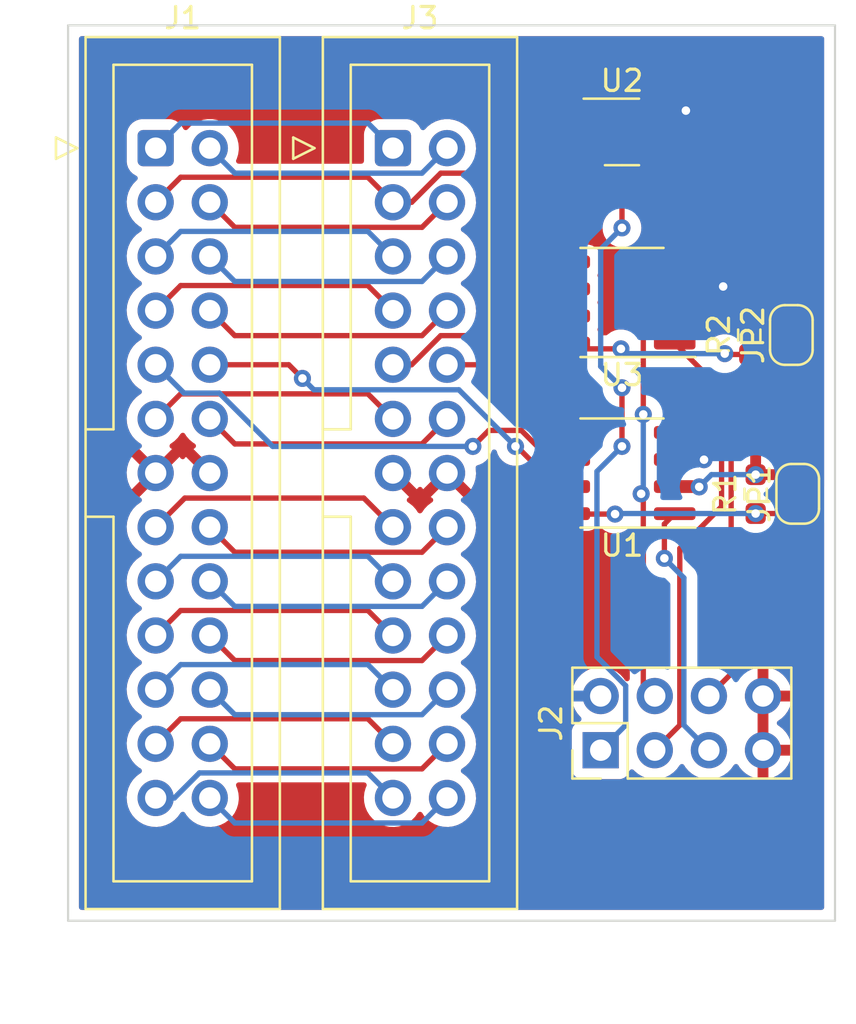
<source format=kicad_pcb>
(kicad_pcb (version 20211014) (generator pcbnew)

  (general
    (thickness 1.6)
  )

  (paper "A4")
  (layers
    (0 "F.Cu" signal)
    (31 "B.Cu" signal)
    (32 "B.Adhes" user "B.Adhesive")
    (33 "F.Adhes" user "F.Adhesive")
    (34 "B.Paste" user)
    (35 "F.Paste" user)
    (36 "B.SilkS" user "B.Silkscreen")
    (37 "F.SilkS" user "F.Silkscreen")
    (38 "B.Mask" user)
    (39 "F.Mask" user)
    (40 "Dwgs.User" user "User.Drawings")
    (41 "Cmts.User" user "User.Comments")
    (42 "Eco1.User" user "User.Eco1")
    (43 "Eco2.User" user "User.Eco2")
    (44 "Edge.Cuts" user)
    (45 "Margin" user)
    (46 "B.CrtYd" user "B.Courtyard")
    (47 "F.CrtYd" user "F.Courtyard")
    (48 "B.Fab" user)
    (49 "F.Fab" user)
    (50 "User.1" user)
    (51 "User.2" user)
    (52 "User.3" user)
    (53 "User.4" user)
    (54 "User.5" user)
    (55 "User.6" user)
    (56 "User.7" user)
    (57 "User.8" user)
    (58 "User.9" user)
  )

  (setup
    (pad_to_mask_clearance 0)
    (pcbplotparams
      (layerselection 0x00010fc_ffffffff)
      (disableapertmacros false)
      (usegerberextensions false)
      (usegerberattributes true)
      (usegerberadvancedattributes true)
      (creategerberjobfile true)
      (svguseinch false)
      (svgprecision 6)
      (excludeedgelayer true)
      (plotframeref false)
      (viasonmask false)
      (mode 1)
      (useauxorigin false)
      (hpglpennumber 1)
      (hpglpenspeed 20)
      (hpglpendiameter 15.000000)
      (dxfpolygonmode true)
      (dxfimperialunits true)
      (dxfusepcbnewfont true)
      (psnegative false)
      (psa4output false)
      (plotreference true)
      (plotvalue true)
      (plotinvisibletext false)
      (sketchpadsonfab false)
      (subtractmaskfromsilk false)
      (outputformat 1)
      (mirror false)
      (drillshape 1)
      (scaleselection 1)
      (outputdirectory "")
    )
  )

  (net 0 "")
  (net 1 "GND")
  (net 2 "+5V")
  (net 3 "CAN1_L_b")
  (net 4 "TX_OUT")
  (net 5 "RX_OUT")
  (net 6 "RX_IN")
  (net 7 "TX_IN")
  (net 8 "CAN1_H_a")
  (net 9 "CAN1_L_a")
  (net 10 "+3V3")
  (net 11 "unconnected-(U1-Pad5)")
  (net 12 "CAN1_H_b")
  (net 13 "Net-(R1-Pad1)")
  (net 14 "unconnected-(U2-Pad4)")
  (net 15 "unconnected-(U3-Pad5)")
  (net 16 "14")
  (net 17 "Net-(J1-Pad2)")
  (net 18 "Net-(J1-Pad4)")
  (net 19 "16")
  (net 20 "Net-(J1-Pad6)")
  (net 21 "17")
  (net 22 "Net-(J1-Pad8)")
  (net 23 "19")
  (net 24 "Net-(J1-Pad12)")
  (net 25 "21")
  (net 26 "Net-(J1-Pad16)")
  (net 27 "22")
  (net 28 "Net-(J1-Pad18)")
  (net 29 "23")
  (net 30 "Net-(J1-Pad20)")
  (net 31 "24")
  (net 32 "Net-(J1-Pad22)")
  (net 33 "25")
  (net 34 "Net-(J1-Pad24)")
  (net 35 "26")
  (net 36 "Net-(J1-Pad26)")
  (net 37 "Net-(R2-Pad1)")

  (footprint "Package_TO_SOT_SMD:SOT-23-5" (layer "F.Cu") (at 140 84))

  (footprint "Package_SO:SOIC-8_3.9x4.9mm_P1.27mm" (layer "F.Cu") (at 140 100 180))

  (footprint "Jumper:SolderJumper-2_P1.3mm_Bridged_RoundedPad1.0x1.5mm" (layer "F.Cu") (at 148.25 100.975 90))

  (footprint "Package_SO:SOIC-8_3.9x4.9mm_P1.27mm" (layer "F.Cu") (at 140 92 180))

  (footprint "Resistor_SMD:R_0603_1608Metric_Pad0.98x0.95mm_HandSolder" (layer "F.Cu") (at 146.275 100.9875 90))

  (footprint "Jumper:SolderJumper-2_P1.3mm_Bridged_RoundedPad1.0x1.5mm" (layer "F.Cu") (at 147.95 93.525 90))

  (footprint "Connector_PinHeader_2.54mm:PinHeader_2x04_P2.54mm_Vertical" (layer "F.Cu") (at 139 113 90))

  (footprint "Connector_IDC:IDC-Header_2x13_P2.54mm_Vertical" (layer "F.Cu") (at 118.11 84.76))

  (footprint "Resistor_SMD:R_0603_1608Metric_Pad0.98x0.95mm_HandSolder" (layer "F.Cu") (at 145.975 93.525 90))

  (footprint "Connector_IDC:IDC-Header_2x13_P2.54mm_Vertical" (layer "F.Cu") (at 129.2475 84.76))

  (gr_line (start 150 79) (end 150 121) (layer "Edge.Cuts") (width 0.1) (tstamp 37adae89-c453-452e-9eba-b7b5810782ff))
  (gr_line (start 114 121) (end 114 79) (layer "Edge.Cuts") (width 0.1) (tstamp 68ac5ede-4be6-4cf4-af0b-e6ffb760e579))
  (gr_line (start 114 79) (end 150 79) (layer "Edge.Cuts") (width 0.1) (tstamp 7f96af27-0894-4332-82e7-8a43e9cb2c6b))
  (gr_line (start 150 121) (end 114 121) (layer "Edge.Cuts") (width 0.1) (tstamp be3c84b7-d017-4d3f-a81b-d7b8f9c7d610))

  (segment (start 146.2375 92.875) (end 145.975 92.6125) (width 0.25) (layer "F.Cu") (net 1) (tstamp 0705a4b8-191a-481c-9642-e30d4f8b7703))
  (segment (start 143.61 100.635) (end 143.625 100.65) (width 0.25) (layer "F.Cu") (net 1) (tstamp 15a31f54-04c5-419f-8f88-f4c8aa85b434))
  (segment (start 147.95 92.875) (end 146.2375 92.875) (width 0.25) (layer "F.Cu") (net 1) (tstamp 73276d92-63e1-4616-b560-cb3ebc640510))
  (segment (start 142.475 100.635) (end 143.61 100.635) (width 0.25) (layer "F.Cu") (net 1) (tstamp d0bcadc0-8062-4a79-9b56-e3592d090664))
  (via (at 143.625 100.65) (size 0.8) (drill 0.4) (layers "F.Cu" "B.Cu") (net 1) (tstamp 905f2401-2b23-42dd-9f1f-61e429536cc2))
  (via (at 146.275 100.075) (size 0.8) (drill 0.4) (layers "F.Cu" "B.Cu") (net 1) (tstamp f2fedf92-cb6c-44a0-a8c3-326fa616d4fa))
  (segment (start 143.625 100.65) (end 144.2 100.075) (width 0.25) (layer "B.Cu") (net 1) (tstamp 38284b15-cf9d-423d-af8a-3cb3321f00f4))
  (segment (start 144.2 100.075) (end 146.275 100.075) (width 0.25) (layer "B.Cu") (net 1) (tstamp 588671fa-98e7-4579-8b6d-99e98c56d0d9))
  (segment (start 135.065489 85.934511) (end 137.95 83.05) (width 0.25) (layer "F.Cu") (net 2) (tstamp 222138b5-d6cb-4a76-bfb4-ba0550dad945))
  (segment (start 137.95 83.05) (end 138.8625 83.05) (width 0.25) (layer "F.Cu") (net 2) (tstamp 54d5a9ee-f256-497d-aa75-558498c68e3d))
  (segment (start 138.8625 84.95) (end 140 86.0875) (width 0.25) (layer "F.Cu") (net 2) (tstamp 60027e61-7c06-4372-a0e8-2c9f2ef4c1d8))
  (segment (start 119.284511 86.125489) (end 128.072989 86.125489) (width 0.25) (layer "F.Cu") (net 2) (tstamp 72c43909-830c-471d-91a5-b90da356a981))
  (segment (start 129.2475 87.3) (end 130.12649 87.3) (width 0.25) (layer "F.Cu") (net 2) (tstamp 7d31a6d7-88f5-4c78-83fa-083d2412cd54))
  (segment (start 128.072989 86.125489) (end 129.2475 87.3) (width 0.25) (layer "F.Cu") (net 2) (tstamp 906d08f4-1e2b-444d-b9a0-861994c259d7))
  (segment (start 130.12649 87.3) (end 131.491979 85.934511) (width 0.25) (layer "F.Cu") (net 2) (tstamp 956b560d-23aa-4151-ac3b-6ffba79f7764))
  (segment (start 137.877989 85.934511) (end 138.8625 84.95) (width 0.25) (layer "F.Cu") (net 2) (tstamp 96bbbf44-09fc-4e6b-b3a5-80f37757d490))
  (segment (start 118.11 87.3) (end 119.284511 86.125489) (width 0.25) (layer "F.Cu") (net 2) (tstamp 9e473952-0655-4c61-b0a7-804ff8996ecf))
  (segment (start 140 96) (end 140 98.75) (width 0.25) (layer "F.Cu") (net 2) (tstamp ac3cbfb4-7fa8-42ff-b4c0-75a28e62bfb1))
  (segment (start 140 86.0875) (end 140 88.5) (width 0.25) (layer "F.Cu") (net 2) (tstamp c13b5382-8f61-427b-baae-545e422d996e))
  (segment (start 131.491979 85.934511) (end 135.065489 85.934511) (width 0.25) (layer "F.Cu") (net 2) (tstamp cc662837-990c-4a0f-93a0-25df3683bc53))
  (segment (start 135.065489 85.934511) (end 137.877989 85.934511) (width 0.25) (layer "F.Cu") (net 2) (tstamp dc0de484-773a-4c2c-871d-0c796bbaeec2))
  (via (at 140 88.5) (size 0.8) (drill 0.4) (layers "F.Cu" "B.Cu") (net 2) (tstamp 0d4c2140-1a06-4cd9-861e-c1066ffc7fda))
  (via (at 140 98.75) (size 0.8) (drill 0.4) (layers "F.Cu" "B.Cu") (net 2) (tstamp 7f625e12-692b-4b28-b191-4fd476bf21d9))
  (via (at 140 96) (size 0.8) (drill 0.4) (layers "F.Cu" "B.Cu") (net 2) (tstamp 83faa0eb-1191-42c7-8b7e-046a3985374c))
  (segment (start 138.825 108.62399) (end 140.174511 109.973501) (width 0.25) (layer "B.Cu") (net 2) (tstamp 14fc2305-fea3-47d6-9a37-84bcd115322e))
  (segment (start 139 95) (end 140 96) (width 0.25) (layer "B.Cu") (net 2) (tstamp 4df5694c-2174-4bab-b139-0799f3fefca1))
  (segment (start 140 88.5) (end 139 89.5) (width 0.25) (layer "B.Cu") (net 2) (tstamp 52885c03-6adb-4db1-93d1-4aa22e4494fe))
  (segment (start 140.174511 111.825489) (end 139 113) (width 0.25) (layer "B.Cu") (net 2) (tstamp 6734d642-1332-41b0-95a1-bc63619b364b))
  (segment (start 140 98.75) (end 138.825 99.925) (width 0.25) (layer "B.Cu") (net 2) (tstamp 6fa8145f-4c86-431d-a94b-57494552123b))
  (segment (start 140.174511 109.973501) (end 140.174511 111.825489) (width 0.25) (layer "B.Cu") (net 2) (tstamp 881ba6c1-962a-43e8-acdf-1c75a4cb2656))
  (segment (start 138.825 99.925) (end 138.825 108.62399) (width 0.25) (layer "B.Cu") (net 2) (tstamp 8d91fba1-8886-4a37-831b-de5af95353f4))
  (segment (start 139 89.5) (end 139 95) (width 0.25) (layer "B.Cu") (net 2) (tstamp de6a532f-2d95-4570-8b11-0fbd10d3961c))
  (segment (start 136.639614 99.365) (end 135.274614 98) (width 0.25) (layer "F.Cu") (net 3) (tstamp 2b663c60-3d1d-416a-b4f3-bc88b30fecc2))
  (segment (start 133.75 98) (end 133 98.75) (width 0.25) (layer "F.Cu") (net 3) (tstamp 4d17dbec-6677-4692-ab72-28ff4b3efc4c))
  (segment (start 137.525 99.365) (end 136.639614 99.365) (width 0.25) (layer "F.Cu") (net 3) (tstamp 989437b9-cb29-4f7b-bbc4-05cee922a0af))
  (segment (start 135.274614 98) (end 133.75 98) (width 0.25) (layer "F.Cu") (net 3) (tstamp a0f7bed3-f86f-4691-99b7-86816373e0af))
  (via (at 133 98.75) (size 0.8) (drill 0.4) (layers "F.Cu" "B.Cu") (net 3) (tstamp 7ed5d499-ce91-4a0a-b8f6-172e9f6b9f3e))
  (segment (start 123.60101 98.75) (end 121.10101 96.25) (width 0.25) (layer "B.Cu") (net 3) (tstamp 039a3de2-4941-4b08-8cd7-77290cf1ea4b))
  (segment (start 119.44 96.25) (end 118.11 94.92) (width 0.25) (layer "B.Cu") (net 3) (tstamp 4359e8c3-d822-448a-af6e-6c4b0063b2ee))
  (segment (start 121.10101 96.25) (end 119.44 96.25) (width 0.25) (layer "B.Cu") (net 3) (tstamp 8018e8f6-27b0-4090-8d4f-ea935cfd590b))
  (segment (start 133 98.75) (end 123.60101 98.75) (width 0.25) (layer "B.Cu") (net 3) (tstamp dbd714d9-fc9f-4409-9946-03077eb75029))
  (segment (start 144.369614 98.095) (end 142.475 98.095) (width 0.25) (layer "F.Cu") (net 4) (tstamp 01a93aed-3f5f-490c-bdf0-2a82fc847f43))
  (segment (start 141.54 113) (end 142.714511 111.825489) (width 0.25) (layer "F.Cu") (net 4) (tstamp 2ff1d49a-c1be-4edc-bf3f-2a52fd4c3d16))
  (segment (start 144.675 98.400386) (end 144.369614 98.095) (width 0.25) (layer "F.Cu") (net 4) (tstamp 4396119c-99e6-41e2-9ac0-68739bd583b3))
  (segment (start 142.714511 111.825489) (end 142.714511 103.535489) (width 0.25) (layer "F.Cu") (net 4) (tstamp c40c6bbe-3e5d-4dc0-830f-a8ffddb54246))
  (segment (start 144.675 101.575) (end 144.675 98.400386) (width 0.25) (layer "F.Cu") (net 4) (tstamp dd723218-5c30-41fd-8726-40493ccc3dcd))
  (segment (start 142.714511 103.535489) (end 144.675 101.575) (width 0.25) (layer "F.Cu") (net 4) (tstamp f7a7e2fc-bddc-4986-9cb5-f3a1f3a42b31))
  (segment (start 141.990011 104) (end 141.990011 102.389989) (width 0.25) (layer "F.Cu") (net 5) (tstamp 7a448847-7116-48de-b692-b7877afd003d))
  (segment (start 141.990011 102.389989) (end 142.475 101.905) (width 0.25) (layer "F.Cu") (net 5) (tstamp 7bd1f7ed-387c-4f0e-861c-f776352253f0))
  (via (at 141.990011 104) (size 0.8) (drill 0.4) (layers "F.Cu" "B.Cu") (net 5) (tstamp 01d9e566-bc7d-4c20-a81e-89fcea8d3a8b))
  (segment (start 142.905489 111.825489) (end 142.905489 104.915478) (width 0.25) (layer "B.Cu") (net 5) (tstamp 37554477-8444-4e13-8ce2-29b2ff7ca69c))
  (segment (start 144.08 113) (end 142.905489 111.825489) (width 0.25) (layer "B.Cu") (net 5) (tstamp b3a0b8ce-2aa1-4690-9631-0ac56a44c123))
  (segment (start 142.905489 104.915478) (end 141.990011 104) (width 0.25) (layer "B.Cu") (net 5) (tstamp e1af900d-4d34-4f1c-9cac-0057cfab8079))
  (segment (start 145.12452 96.55452) (end 142.475 93.905) (width 0.25) (layer "F.Cu") (net 6) (tstamp 6640e98e-656f-46c7-b34a-df2d64dd505d))
  (segment (start 145.12452 109.41548) (end 145.12452 96.55452) (width 0.25) (layer "F.Cu") (net 6) (tstamp 9d883a3a-9ea5-4da2-ab06-a32664d72251))
  (segment (start 144.08 110.46) (end 145.12452 109.41548) (width 0.25) (layer "F.Cu") (net 6) (tstamp fb0cf383-b974-49fc-878c-23d5d10579e6))
  (segment (start 141 101.075) (end 141 109.92) (width 0.25) (layer "F.Cu") (net 7) (tstamp 7fd10477-a5e2-48f1-8f94-399831ffe2ea))
  (segment (start 142.098928 90.095) (end 142.475 90.095) (width 0.25) (layer "F.Cu") (net 7) (tstamp 9c60e7d3-b608-4979-96f6-1ac62873d94b))
  (segment (start 141 109.92) (end 141.54 110.46) (width 0.25) (layer "F.Cu") (net 7) (tstamp 9e96709e-45a0-4253-801e-fa0e46cded95))
  (segment (start 141 91.193928) (end 142.098928 90.095) (width 0.25) (layer "F.Cu") (net 7) (tstamp a6b3ca1d-fd4f-47f3-8a4d-2e3518aea13b))
  (segment (start 140.9 100.975) (end 141 101.075) (width 0.25) (layer "F.Cu") (net 7) (tstamp b227a2b4-060e-4ec6-bc4a-8e998433531f))
  (segment (start 141 97.25) (end 141 91.193928) (width 0.25) (layer "F.Cu") (net 7) (tstamp d0d4f553-fa9d-4102-9d57-00ae57584fca))
  (via (at 140.9 100.975) (size 0.8) (drill 0.4) (layers "F.Cu" "B.Cu") (net 7) (tstamp 3aa25b70-0c26-4a82-807f-f9b9da2f3069))
  (via (at 141 97.25) (size 0.8) (drill 0.4) (layers "F.Cu" "B.Cu") (net 7) (tstamp 437e54dd-953f-4e30-90f7-1dedc39be67b))
  (segment (start 140.9 100.975) (end 141 100.875) (width 0.25) (layer "B.Cu") (net 7) (tstamp 20a18dab-c529-4141-ac91-e0651a4d7492))
  (segment (start 141 100.875) (end 141 97.25) (width 0.25) (layer "B.Cu") (net 7) (tstamp a99b7081-5276-4cae-b987-4d5349585eaa))
  (segment (start 133.58 94.92) (end 135.865 92.635) (width 0.25) (layer "F.Cu") (net 8) (tstamp 367b3eef-20d3-4ac9-9a2e-6e8bab424d64))
  (segment (start 131.7875 94.92) (end 133.58 94.92) (width 0.25) (layer "F.Cu") (net 8) (tstamp 3e45d173-0f65-4631-8988-3e024d7bd343))
  (segment (start 135.865 92.635) (end 137.525 92.635) (width 0.25) (layer "F.Cu") (net 8) (tstamp efff262d-2943-460e-b8d2-6562385a049f))
  (segment (start 129.2475 94.92) (end 130.12649 94.92) (width 0.25) (layer "F.Cu") (net 9) (tstamp 3921a141-d594-4e5d-b607-2e3ed30a4534))
  (segment (start 134.195489 93.554511) (end 136.385 91.365) (width 0.25) (layer "F.Cu") (net 9) (tstamp 5297421a-6a31-4f22-a6a7-119b56ceb54e))
  (segment (start 136.385 91.365) (end 137.525 91.365) (width 0.25) (layer "F.Cu") (net 9) (tstamp bd72f7ee-4d12-40db-ac74-db1201d28ba1))
  (segment (start 130.12649 94.92) (end 131.491979 93.554511) (width 0.25) (layer "F.Cu") (net 9) (tstamp e81f6c52-9d31-4297-a40e-dd97963bf87c))
  (segment (start 131.491979 93.554511) (end 134.195489 93.554511) (width 0.25) (layer "F.Cu") (net 9) (tstamp f3688389-ee69-4a86-9d77-0aafd858d18b))
  (segment (start 143.85 99.375) (end 143.84 99.365) (width 0.25) (layer "F.Cu") (net 10) (tstamp 2a5d72d2-83e3-4df0-9477-0943cb40fda1))
  (segment (start 142.95 83.05) (end 143 83) (width 0.25) (layer "F.Cu") (net 10) (tstamp 2ac9f492-fb3e-4522-b218-a77e0aa5250c))
  (segment (start 144.635 91.365) (end 144.75 91.25) (width 0.25) (layer "F.Cu") (net 10) (tstamp 6d424111-ad3f-405e-8fe4-4769e6e6ee15))
  (segment (start 141.1375 83.05) (end 142.95 83.05) (width 0.25) (layer "F.Cu") (net 10) (tstamp 8ed1e97b-dac8-496a-ae53-c12e044ab525))
  (segment (start 143.84 99.365) (end 142.475 99.365) (width 0.25) (layer "F.Cu") (net 10) (tstamp afae1f0b-ceda-4766-a838-b9e0a3455166))
  (segment (start 142.475 91.365) (end 144.635 91.365) (width 0.25) (layer "F.Cu") (net 10) (tstamp c0ecbcfe-7b79-44fa-b3b8-a6edb101ac67))
  (via (at 143.85 99.375) (size 0.8) (drill 0.4) (layers "F.Cu" "B.Cu") (net 10) (tstamp ad0bbfa1-0b5c-48b3-80f8-4224ada35993))
  (via (at 143 83) (size 0.8) (drill 0.4) (layers "F.Cu" "B.Cu") (net 10) (tstamp d4345894-0888-4df4-9263-3eb20ae519ab))
  (via (at 144.75 91.25) (size 0.8) (drill 0.4) (layers "F.Cu" "B.Cu") (net 10) (tstamp f02143ec-3735-4cb6-8bbd-246cba88c3b7))
  (segment (start 136.945778 100.635) (end 137.525 100.635) (width 0.25) (layer "F.Cu") (net 12) (tstamp 57075325-c231-4e58-abc3-950998a179e1))
  (segment (start 135 98.75) (end 135.060778 98.75) (width 0.25) (layer "F.Cu") (net 12) (tstamp 771bf096-2620-4333-a0c5-0a4bab98a5f8))
  (segment (start 120.65 94.92) (end 124.359011 94.92) (width 0.25) (layer "F.Cu") (net 12) (tstamp 86aa3a97-7c0e-41fa-b771-0f0c3f623495))
  (segment (start 135.060778 98.75) (end 136.945778 100.635) (width 0.25) (layer "F.Cu") (net 12) (tstamp ba7689ed-78f8-4718-bdc8-296760eac451))
  (segment (start 124.359011 94.92) (end 125 95.560989) (width 0.25) (layer "F.Cu") (net 12) (tstamp fc961b64-0558-4d00-81b9-f7ac49343d0f))
  (via (at 125 95.560989) (size 0.8) (drill 0.4) (layers "F.Cu" "B.Cu") (net 12) (tstamp 35c78d5a-1a13-4d6b-ae9f-130e96e5aa1b))
  (via (at 135 98.75) (size 0.8) (drill 0.4) (layers "F.Cu" "B.Cu") (net 12) (tstamp 8ae1b107-9f66-4294-b8d6-cf632c7b8a37))
  (segment (start 135 98.75) (end 132.344511 96.094511) (width 0.25) (layer "B.Cu") (net 12) (tstamp 4d8074a0-ed5c-414c-9a5a-5b6449ad64b8))
  (segment (start 132.344511 96.094511) (end 125.533522 96.094511) (width 0.25) (layer "B.Cu") (net 12) (tstamp 666b1933-cca2-40a3-90a1-077aa7d3605b))
  (segment (start 125.533522 96.094511) (end 125 95.560989) (width 0.25) (layer "B.Cu") (net 12) (tstamp 9f91bfd8-8f3f-4d5a-bdf7-3389079e3e3c))
  (segment (start 146.275 101.9) (end 147.975 101.9) (width 0.25) (layer "F.Cu") (net 13) (tstamp 0f9040cd-1d7b-454d-89f9-f0aa1bac54fd))
  (segment (start 137.545 101.925) (end 137.525 101.905) (width 0.25) (layer "F.Cu") (net 13) (tstamp 89cb9c0f-b2c4-4546-b1af-a7b0f95e1513))
  (segment (start 147.975 101.9) (end 148.25 101.625) (width 0.25) (layer "F.Cu") (net 13) (tstamp b9f15cd6-166e-4d26-a0e9-17b9bd3d7855))
  (segment (start 139.675 101.925) (end 137.545 101.925) (width 0.25) (layer "F.Cu") (net 13) (tstamp ef633464-6b69-40e4-aefa-41b5e8de8116))
  (via (at 139.675 101.925) (size 0.8) (drill 0.4) (layers "F.Cu" "B.Cu") (net 13) (tstamp 4ac8a439-0e78-47db-b6ee-fa921d98f879))
  (via (at 146.275 101.9) (size 0.8) (drill 0.4) (layers "F.Cu" "B.Cu") (net 13) (tstamp 6b7347a9-a03c-4b02-ba56-6a125b9879b6))
  (segment (start 139.7 101.9) (end 139.675 101.925) (width 0.25) (layer "B.Cu") (net 13) (tstamp 8d4692be-6c7d-4347-8064-c5289c47c115))
  (segment (start 146.275 101.9) (end 139.7 101.9) (width 0.25) (layer "B.Cu") (net 13) (tstamp d28af20f-2b70-4d27-aba3-de6fca052a54))
  (segment (start 118.11 84.76) (end 119.284511 83.585489) (width 0.25) (layer "B.Cu") (net 16) (tstamp 45346e5b-30f3-4f2d-93bb-00c0cc954be9))
  (segment (start 119.284511 83.585489) (end 128.072989 83.585489) (width 0.25) (layer "B.Cu") (net 16) (tstamp be5f0528-9021-4698-acf7-7568c448e474))
  (segment (start 128.072989 83.585489) (end 129.2475 84.76) (width 0.25) (layer "B.Cu") (net 16) (tstamp f2a7aa4b-9dce-4357-9f70-92c352c6c738))
  (segment (start 120.65 84.76) (end 121.82452 85.93452) (width 0.25) (layer "B.Cu") (net 17) (tstamp 0083ec75-76b0-493d-8fda-a764c239d7cf))
  (segment (start 130.61298 85.93452) (end 131.7875 84.76) (width 0.25) (layer "B.Cu") (net 17) (tstamp 32b61a13-4aff-4bac-9fbe-92b95a644c62))
  (segment (start 121.82452 85.93452) (end 130.61298 85.93452) (width 0.25) (layer "B.Cu") (net 17) (tstamp c269488e-d53b-462a-958b-b94261f4be44))
  (segment (start 130.612989 88.474511) (end 131.7875 87.3) (width 0.25) (layer "F.Cu") (net 18) (tstamp 626b106f-5298-4624-8621-4c71b192b89c))
  (segment (start 120.65 87.3) (end 121.824511 88.474511) (width 0.25) (layer "F.Cu") (net 18) (tstamp 9df9c3da-3415-42a7-9ff8-310f85653067))
  (segment (start 121.824511 88.474511) (end 130.612989 88.474511) (width 0.25) (layer "F.Cu") (net 18) (tstamp f2142b5d-5acb-449f-bce9-da997f7a1565))
  (segment (start 118.11 89.84) (end 119.284511 88.665489) (width 0.25) (layer "B.Cu") (net 19) (tstamp 5bb9604f-b863-4300-9a44-4bd76802d13a))
  (segment (start 128.072989 88.665489) (end 129.2475 89.84) (width 0.25) (layer "B.Cu") (net 19) (tstamp 8385b95d-6b99-4dcf-a51f-c892e4cb3fe0))
  (segment (start 119.284511 88.665489) (end 128.072989 88.665489) (width 0.25) (layer "B.Cu") (net 19) (tstamp befff059-d19e-4cb7-8297-16485bae5356))
  (segment (start 120.65 89.84) (end 121.824511 91.014511) (width 0.25) (layer "B.Cu") (net 20) (tstamp 1e55239a-b4b2-44d6-96eb-f4d00923a84e))
  (segment (start 130.612989 91.014511) (end 131.7875 89.84) (width 0.25) (layer "B.Cu") (net 20) (tstamp abfa0b89-265b-4182-b7f9-23bf8177ecd1))
  (segment (start 121.824511 91.014511) (end 130.612989 91.014511) (width 0.25) (layer "B.Cu") (net 20) (tstamp b05437ce-3e5a-46fb-8266-f774125bcbb3))
  (segment (start 118.11 92.38) (end 119.284511 91.205489) (width 0.25) (layer "F.Cu") (net 21) (tstamp 11041ffe-9688-4e0f-81dc-bc6e1a68d24a))
  (segment (start 119.284511 91.205489) (end 128.072989 91.205489) (width 0.25) (layer "F.Cu") (net 21) (tstamp 62b04c01-f216-4648-a8ff-92e79b27eadf))
  (segment (start 128.072989 91.205489) (end 129.2475 92.38) (width 0.25) (layer "F.Cu") (net 21) (tstamp 8a4d46bd-9a80-42fc-b84c-b20ee2df828f))
  (segment (start 130.612989 93.554511) (end 131.7875 92.38) (width 0.25) (layer "F.Cu") (net 22) (tstamp 02d130a8-58c5-48c8-9baa-1ec19766502e))
  (segment (start 121.824511 93.554511) (end 130.612989 93.554511) (width 0.25) (layer "F.Cu") (net 22) (tstamp 19d5cb7b-4f53-4294-a994-7666d6b5f5b3))
  (segment (start 120.65 92.38) (end 121.824511 93.554511) (width 0.25) (layer "F.Cu") (net 22) (tstamp 513961d9-55a2-4e89-b4d5-4f7621876ab6))
  (segment (start 118.11 97.46) (end 119.284511 96.285489) (width 0.25) (layer "F.Cu") (net 23) (tstamp 8684bf80-6b9b-4995-9030-99528b55a852))
  (segment (start 128.072989 96.285489) (end 129.2475 97.46) (width 0.25) (layer "F.Cu") (net 23) (tstamp e7e38404-5a39-49b9-8f6e-3bbe3704e1ea))
  (segment (start 119.284511 96.285489) (end 128.072989 96.285489) (width 0.25) (layer "F.Cu") (net 23) (tstamp fa26564f-649c-4360-a510-eac91a6f828b))
  (segment (start 120.65 97.46) (end 121.824511 98.634511) (width 0.25) (layer "F.Cu") (net 24) (tstamp 53773cb4-330c-4bd4-84a1-999b438cd1a9))
  (segment (start 130.612989 98.634511) (end 131.7875 97.46) (width 0.25) (layer "F.Cu") (net 24) (tstamp 5bd0a9be-04df-410a-b009-60a563493524))
  (segment (start 121.824511 98.634511) (end 130.612989 98.634511) (width 0.25) (layer "F.Cu") (net 24) (tstamp fa405c89-84bb-448e-a831-f4bea4443621))
  (segment (start 118.11 102.54) (end 119.475489 101.174511) (width 0.25) (layer "F.Cu") (net 25) (tstamp 0ddb9489-dfa7-45e2-ba7e-d3d96e7f19ca))
  (segment (start 119.475489 101.174511) (end 127.882011 101.174511) (width 0.25) (layer "F.Cu") (net 25) (tstamp a7f2a493-0c9d-4122-99c0-6491746c3f82))
  (segment (start 127.882011 101.174511) (end 129.2475 102.54) (width 0.25) (layer "F.Cu") (net 25) (tstamp a851c0c1-318c-433e-aae3-5954620678ad))
  (segment (start 120.65 102.54) (end 121.824511 103.714511) (width 0.25) (layer "F.Cu") (net 26) (tstamp 22f519b6-8afd-453a-b5f6-72ea5b6ac716))
  (segment (start 121.824511 103.714511) (end 130.612989 103.714511) (width 0.25) (layer "F.Cu") (net 26) (tstamp 33224edd-7af0-477e-8508-48d43779fb23))
  (segment (start 130.612989 103.714511) (end 131.7875 102.54) (width 0.25) (layer "F.Cu") (net 26) (tstamp 333553c6-f6b4-4017-9145-356b55a50352))
  (segment (start 128.072989 103.905489) (end 129.2475 105.08) (width 0.25) (layer "B.Cu") (net 27) (tstamp 001d5752-6dea-4feb-a3a8-927e46b35e4b))
  (segment (start 118.11 105.08) (end 119.284511 103.905489) (width 0.25) (layer "B.Cu") (net 27) (tstamp 9fc387f7-6e5b-48e0-a111-f79a2e9fee3e))
  (segment (start 119.284511 103.905489) (end 128.072989 103.905489) (width 0.25) (layer "B.Cu") (net 27) (tstamp e27f448e-7766-4de9-9ac0-db4f8ae6fba9))
  (segment (start 130.612989 106.254511) (end 131.7875 105.08) (width 0.25) (layer "B.Cu") (net 28) (tstamp 12e30761-57f7-4680-ab51-2b33bf4a932b))
  (segment (start 121.824511 106.254511) (end 130.612989 106.254511) (width 0.25) (layer "B.Cu") (net 28) (tstamp 551ff0be-0f22-41b8-8ae1-b42b70b8d1e8))
  (segment (start 120.65 105.08) (end 121.824511 106.254511) (width 0.25) (layer "B.Cu") (net 28) (tstamp ea49f44a-164d-4ef1-b863-23692aac84c0))
  (segment (start 128.072989 106.445489) (end 129.2475 107.62) (width 0.25) (layer "F.Cu") (net 29) (tstamp 085166d8-a6d2-4681-9791-71ac50a5da4c))
  (segment (start 118.11 107.62) (end 119.284511 106.445489) (width 0.25) (layer "F.Cu") (net 29) (tstamp 0cd77e6c-df5f-4e65-a84d-88d664473e02))
  (segment (start 119.284511 106.445489) (end 128.072989 106.445489) (width 0.25) (layer "F.Cu") (net 29) (tstamp bd1d54ed-8ee5-4dc8-8eb5-f86485dc0328))
  (segment (start 121.824511 108.794511) (end 130.612989 108.794511) (width 0.25) (layer "F.Cu") (net 30) (tstamp 03215252-49c6-4df0-9283-d2118213582c))
  (segment (start 120.65 107.62) (end 121.824511 108.794511) (width 0.25) (layer "F.Cu") (net 30) (tstamp 66433b9a-96d8-47fc-9891-1c4284cd48fa))
  (segment (start 130.612989 108.794511) (end 131.7875 107.62) (width 0.25) (layer "F.Cu") (net 30) (tstamp ebb8a04f-bc97-4cb2-8597-7d6d0901822e))
  (segment (start 128.072989 108.985489) (end 129.2475 110.16) (width 0.25) (layer "B.Cu") (net 31) (tstamp 02c71bb5-0d4d-4904-a0f1-a48aa5971042))
  (segment (start 118.11 110.16) (end 119.284511 108.985489) (width 0.25) (layer "B.Cu") (net 31) (tstamp 6d679b9a-efbf-457c-862a-fab84311c046))
  (segment (start 119.284511 108.985489) (end 128.072989 108.985489) (width 0.25) (layer "B.Cu") (net 31) (tstamp bf480b89-29d9-45a0-9aa7-4dda03c85381))
  (segment (start 130.612989 111.334511) (end 131.7875 110.16) (width 0.25) (layer "B.Cu") (net 32) (tstamp 6e22864b-0714-4019-83f6-3c8c06e69a24))
  (segment (start 120.65 110.16) (end 121.824511 111.334511) (width 0.25) (layer "B.Cu") (net 32) (tstamp 87676f84-66e6-4097-92f8-98732f957dc8))
  (segment (start 121.824511 111.334511) (end 130.612989 111.334511) (width 0.25) (layer "B.Cu") (net 32) (tstamp 9f8a76a9-fc92-47cb-98cf-eb19daadaa30))
  (segment (start 118.11 112.7) (end 119.284511 111.525489) (width 0.25) (layer "F.Cu") (net 33) (tstamp 19194afe-2373-4b25-97d7-a98b550d9dce))
  (segment (start 119.284511 111.525489) (end 128.072989 111.525489) (width 0.25) (layer "F.Cu") (net 33) (tstamp 9fb1f4ca-5068-487f-8e89-47a2a38dc03c))
  (segment (start 128.072989 111.525489) (end 129.2475 112.7) (width 0.25) (layer "F.Cu") (net 33) (tstamp f73c9f6c-8790-47b0-9efc-614c905ffc52))
  (segment (start 130.612989 113.874511) (end 131.7875 112.7) (width 0.25) (layer "F.Cu") (net 34) (tstamp 4f8f4c7c-af07-4ede-b2e5-9be6a7da67dd))
  (segment (start 120.65 112.7) (end 121.824511 113.874511) (width 0.25) (layer "F.Cu") (net 34) (tstamp 765f9432-c578-49ae-a63b-aa050d95d35b))
  (segment (start 121.824511 113.874511) (end 130.612989 113.874511) (width 0.25) (layer "F.Cu") (net 34) (tstamp ed2ff1bf-46d1-45aa-a998-ccbb3943ad94))
  (segment (start 118.11 115.24) (end 118.98899 115.24) (width 0.25) (layer "B.Cu") (net 35) (tstamp 22b72a7d-5cfb-45c2-b9a1-4f8fc019b2a3))
  (segment (start 118.98899 115.24) (end 120.163501 114.065489) (width 0.25) (layer "B.Cu") (net 35) (tstamp 8f21f562-88e4-4ef0-b67e-6d49628c7acc))
  (segment (start 128.072989 114.065489) (end 129.2475 115.24) (width 0.25) (layer "B.Cu") (net 35) (tstamp ebd50f98-fa1d-477d-9eae-34f387f64d93))
  (segment (start 120.163501 114.065489) (end 128.072989 114.065489) (width 0.25) (layer "B.Cu") (net 35) (tstamp f7346785-78b3-4a5e-afbe-5b1982c1b45e))
  (segment (start 130.612989 116.414511) (end 131.7875 115.24) (width 0.25) (layer "B.Cu") (net 36) (tstamp 38acb754-9cb3-473a-ae9f-edc241dde841))
  (segment (start 121.824511 116.414511) (end 130.612989 116.414511) (width 0.25) (layer "B.Cu") (net 36) (tstamp 53face3d-645e-4072-a158-093850dfb8fb))
  (segment (start 120.65 115.24) (end 121.824511 116.414511) (width 0.25) (layer "B.Cu") (net 36) (tstamp c8685291-8782-4608-91fd-c24750a708d7))
  (segment (start 137.795 94.175) (end 137.525 93.905) (width 0.25) (layer "F.Cu") (net 37) (tstamp 01e69ef0-b560-41dd-b16f-bc921bd65607))
  (segment (start 145.975 94.4375) (end 147.6875 94.4375) (width 0.25) (layer "F.Cu") (net 37) (tstamp 202e8cc5-78e5-4531-84ca-9f84743c5ba5))
  (segment (start 145.975 94.4375) (end 144.8625 94.4375) (width 0.25) (layer "F.Cu") (net 37) (tstamp 362d7bf6-44e8-40b2-9762-a8ff5541b050))
  (segment (start 144.8625 94.4375) (end 144.825 94.4) (width 0.25) (layer "F.Cu") (net 37) (tstamp 53e8046a-1d59-4374-919a-be5f7cc4a4f4))
  (segment (start 139.95 94.175) (end 137.795 94.175) (width 0.25) (layer "F.Cu") (net 37) (tstamp 5b4ca86c-ae63-4f30-b793-373734769e47))
  (segment (start 147.6875 94.4375) (end 147.95 94.175) (width 0.25) (layer "F.Cu") (net 37) (tstamp e0fb4996-14ac-4391-982b-b8f6ac20cf31))
  (via (at 139.95 94.175) (size 0.8) (drill 0.4) (layers "F.Cu" "B.Cu") (net 37) (tstamp af988139-e4a2-4a79-8faf-c94d50a2ed3a))
  (via (at 144.825 94.4) (size 0.8) (drill 0.4) (layers "F.Cu" "B.Cu") (net 37) (tstamp b98ff10d-591f-4fd6-bc6c-5200de8ff75b))
  (segment (start 140.175 94.4) (end 139.95 94.175) (width 0.25) (layer "B.Cu") (net 37) (tstamp 38541585-663b-40c5-92ae-86b487bed3b9))
  (segment (start 144.825 94.4) (end 140.175 94.4) (width 0.25) (layer "B.Cu") (net 37) (tstamp f4445ff0-10cb-4441-a446-324ab085cce6))

  (zone (net 1) (net_name "GND") (layer "F.Cu") (tstamp 3b3aa576-ac40-49d3-b51b-027ad32ec1ce) (hatch edge 0.508)
    (connect_pads (clearance 0.508))
    (min_thickness 0.254) (filled_areas_thickness no)
    (fill yes (thermal_gap 0.508) (thermal_bridge_width 0.508))
    (polygon
      (pts
        (xy 150 121)
        (xy 114 121)
        (xy 114 79)
        (xy 150 79)
      )
    )
    (filled_polygon
      (layer "F.Cu")
      (pts
        (xy 149.434121 79.528002)
        (xy 149.480614 79.581658)
        (xy 149.492 79.634)
        (xy 149.492 100.602577)
        (xy 149.471998 100.670698)
        (xy 149.418342 100.717191)
        (xy 149.348068 100.727295)
        (xy 149.293052 100.70217)
        (xy 149.292135 100.703598)
        (xy 149.284555 100.698726)
        (xy 149.277743 100.692824)
        (xy 149.144734 100.632081)
        (xy 149 100.611271)
        (xy 148.579481 100.611271)
        (xy 148.568223 100.610767)
        (xy 148.556651 100.609729)
        (xy 148.518627 100.606318)
        (xy 148.516205 100.606288)
        (xy 148.516198 100.606288)
        (xy 148.512884 100.606248)
        (xy 148.506285 100.606167)
        (xy 148.43562 100.610767)
        (xy 148.431964 100.611005)
        (xy 148.423779 100.611271)
        (xy 148.079481 100.611271)
        (xy 148.068223 100.610767)
        (xy 148.056651 100.609729)
        (xy 148.018627 100.606318)
        (xy 148.016205 100.606288)
        (xy 148.016198 100.606288)
        (xy 148.012884 100.606248)
        (xy 148.006285 100.606167)
        (xy 147.93562 100.610767)
        (xy 147.931964 100.611005)
        (xy 147.923779 100.611271)
        (xy 147.5 100.611271)
        (xy 147.491024 100.611913)
        (xy 147.433627 100.616018)
        (xy 147.433626 100.616018)
        (xy 147.426889 100.6165)
        (xy 147.405804 100.622691)
        (xy 147.334807 100.622691)
        (xy 147.275081 100.584307)
        (xy 147.245588 100.519726)
        (xy 147.247106 100.475382)
        (xy 147.248181 100.47037)
        (xy 147.257672 100.37773)
        (xy 147.258 100.371315)
        (xy 147.258 100.347115)
        (xy 147.253525 100.331876)
        (xy 147.252135 100.330671)
        (xy 147.244452 100.329)
        (xy 146.147 100.329)
        (xy 146.078879 100.308998)
        (xy 146.032386 100.255342)
        (xy 146.021 100.203)
        (xy 146.021 99.802885)
        (xy 146.529 99.802885)
        (xy 146.533475 99.818124)
        (xy 146.534865 99.819329)
        (xy 146.542548 99.821)
        (xy 147.239885 99.821)
        (xy 147.255124 99.816525)
        (xy 147.256329 99.815135)
        (xy 147.258 99.807452)
        (xy 147.258 99.778734)
        (xy 147.257663 99.772218)
        (xy 147.247925 99.678368)
        (xy 147.245032 99.664972)
        (xy 147.194512 99.513547)
        (xy 147.188347 99.500385)
        (xy 147.104574 99.365008)
        (xy 147.09554 99.35361)
        (xy 146.982871 99.241137)
        (xy 146.97146 99.232125)
        (xy 146.835937 99.148588)
        (xy 146.822759 99.142444)
        (xy 146.671234 99.092185)
        (xy 146.657868 99.089319)
        (xy 146.56523 99.079828)
        (xy 146.558815 99.0795)
        (xy 146.547115 99.0795)
        (xy 146.531876 99.083975)
        (xy 146.530671 99.085365)
        (xy 146.529 99.093048)
        (xy 146.529 99.802885)
        (xy 146.021 99.802885)
        (xy 146.021 99.097615)
        (xy 146.016525 99.082376)
        (xy 146.015135 99.081171)
        (xy 146.007452 99.0795)
        (xy 145.991234 99.0795)
        (xy 145.984721 99.079837)
        (xy 145.897025 99.088937)
        (xy 145.827203 99.076073)
        (xy 145.775421 99.027502)
        (xy 145.75802 98.96361)
        (xy 145.75802 96.633287)
        (xy 145.758547 96.622104)
        (xy 145.760222 96.614611)
        (xy 145.759713 96.598401)
        (xy 145.758082 96.546534)
        (xy 145.75802 96.542575)
        (xy 145.75802 96.514664)
        (xy 145.757515 96.510664)
        (xy 145.756582 96.498821)
        (xy 145.755442 96.462549)
        (xy 145.755193 96.45463)
        (xy 145.749542 96.435178)
        (xy 145.745534 96.415826)
        (xy 145.743987 96.403583)
        (xy 145.742994 96.395723)
        (xy 145.733426 96.371556)
        (xy 145.72672 96.354617)
        (xy 145.722875 96.34339)
        (xy 145.722241 96.341207)
        (xy 145.710538 96.300927)
        (xy 145.700227 96.283492)
        (xy 145.691532 96.265744)
        (xy 145.684072 96.246903)
        (xy 145.658084 96.211133)
        (xy 145.651568 96.201213)
        (xy 145.6331 96.169985)
        (xy 145.633098 96.169982)
        (xy 145.629062 96.163158)
        (xy 145.614741 96.148837)
        (xy 145.6019 96.133803)
        (xy 145.594651 96.123826)
        (xy 145.589992 96.117413)
        (xy 145.555915 96.089222)
        (xy 145.547136 96.081232)
        (xy 144.964105 95.498201)
        (xy 144.930079 95.435889)
        (xy 144.935144 95.365074)
        (xy 144.977691 95.308238)
        (xy 145.027002 95.285859)
        (xy 145.107288 95.268794)
        (xy 145.137331 95.255418)
        (xy 145.207698 95.245984)
        (xy 145.266674 95.271645)
        (xy 145.266817 95.271758)
        (xy 145.271997 95.276929)
        (xy 145.278224 95.280767)
        (xy 145.278226 95.280769)
        (xy 145.412924 95.363798)
        (xy 145.42008 95.368209)
        (xy 145.585191 95.422974)
        (xy 145.592027 95.423674)
        (xy 145.59203 95.423675)
        (xy 145.635339 95.428112)
        (xy 145.687928 95.4335)
        (xy 146.262072 95.4335)
        (xy 146.265318 95.433163)
        (xy 146.265322 95.433163)
        (xy 146.359235 95.423419)
        (xy 146.359239 95.423418)
        (xy 146.366093 95.422707)
        (xy 146.372629 95.420526)
        (xy 146.372631 95.420526)
        (xy 146.520895 95.371061)
        (xy 146.531107 95.367654)
        (xy 146.679031 95.276116)
        (xy 146.801929 95.153003)
        (xy 146.805769 95.146774)
        (xy 146.815564 95.130884)
        (xy 146.868336 95.083391)
        (xy 146.922824 95.071)
        (xy 147.194915 95.071)
        (xy 147.248462 95.082944)
        (xy 147.333979 95.123095)
        (xy 147.338262 95.124404)
        (xy 147.338266 95.124406)
        (xy 147.431803 95.153003)
        (xy 147.473277 95.165683)
        (xy 147.4777 95.166372)
        (xy 147.477706 95.166373)
        (xy 147.537568 95.175693)
        (xy 147.614795 95.187717)
        (xy 147.619262 95.187772)
        (xy 147.619267 95.187772)
        (xy 147.692831 95.188671)
        (xy 147.760438 95.189497)
        (xy 147.764723 95.188937)
        (xy 147.77176 95.188729)
        (xy 148.161047 95.188729)
        (xy 148.161047 95.188727)
        (xy 148.164014 95.188318)
        (xy 148.260438 95.189496)
        (xy 148.26488 95.188915)
        (xy 148.264883 95.188915)
        (xy 148.398002 95.171508)
        (xy 148.398004 95.171508)
        (xy 148.402452 95.170926)
        (xy 148.542748 95.131755)
        (xy 148.673841 95.074072)
        (xy 148.762097 95.019137)
        (xy 148.793694 94.99947)
        (xy 148.793698 94.999467)
        (xy 148.797496 94.997103)
        (xy 148.812905 94.984151)
        (xy 148.903699 94.907831)
        (xy 148.9037 94.90783)
        (xy 148.907131 94.904946)
        (xy 149.004218 94.796361)
        (xy 149.008837 94.789423)
        (xy 149.081099 94.680865)
        (xy 149.0811 94.680863)
        (xy 149.083581 94.677136)
        (xy 149.146289 94.545667)
        (xy 149.154631 94.518968)
        (xy 149.178094 94.443865)
        (xy 149.188999 94.408961)
        (xy 149.189898 94.403414)
        (xy 149.201473 94.331943)
        (xy 149.212287 94.265179)
        (xy 149.214123 94.165008)
        (xy 149.21483 94.126461)
        (xy 149.21483 94.126459)
        (xy 149.214912 94.12198)
        (xy 149.214359 94.117535)
        (xy 149.214122 94.113056)
        (xy 149.214249 94.113049)
        (xy 149.213729 94.104661)
        (xy 149.213729 93.675)
        (xy 149.2085 93.601889)
        (xy 149.17836 93.499242)
        (xy 149.169843 93.470235)
        (xy 149.169842 93.470233)
        (xy 149.167304 93.461589)
        (xy 149.12596 93.397257)
        (xy 149.093122 93.346159)
        (xy 149.09312 93.346156)
        (xy 149.08825 93.338579)
        (xy 149.08144 93.332678)
        (xy 148.984555 93.248726)
        (xy 148.984552 93.248724)
        (xy 148.977743 93.242824)
        (xy 148.844734 93.182081)
        (xy 148.824252 93.179136)
        (xy 148.8199 93.17851)
        (xy 148.7 93.161271)
        (xy 148.279481 93.161271)
        (xy 148.268223 93.160767)
        (xy 148.264249 93.160411)
        (xy 148.218627 93.156318)
        (xy 148.216205 93.156288)
        (xy 148.216198 93.156288)
        (xy 148.212884 93.156248)
        (xy 148.206285 93.156167)
        (xy 148.13562 93.160767)
        (xy 148.131964 93.161005)
        (xy 148.123779 93.161271)
        (xy 147.779481 93.161271)
        (xy 147.768223 93.160767)
        (xy 147.764249 93.160411)
        (xy 147.718627 93.156318)
        (xy 147.716205 93.156288)
        (xy 147.716198 93.156288)
        (xy 147.712884 93.156248)
        (xy 147.706285 93.156167)
        (xy 147.63562 93.160767)
        (xy 147.631964 93.161005)
        (xy 147.623779 93.161271)
        (xy 147.2 93.161271)
        (xy 147.191024 93.161913)
        (xy 147.133627 93.166018)
        (xy 147.133626 93.166018)
        (xy 147.126889 93.1665)
        (xy 147.102944 93.173531)
        (xy 147.031948 93.173531)
        (xy 146.972222 93.135148)
        (xy 146.942729 93.070567)
        (xy 146.944246 93.026222)
        (xy 146.948181 93.00787)
        (xy 146.957672 92.91523)
        (xy 146.958 92.908815)
        (xy 146.958 92.884615)
        (xy 146.953525 92.869376)
        (xy 146.952135 92.868171)
        (xy 146.944452 92.8665)
        (xy 145.010115 92.8665)
        (xy 144.994876 92.870975)
        (xy 144.993671 92.872365)
        (xy 144.992 92.880048)
        (xy 144.992 92.908766)
        (xy 144.992337 92.915282)
        (xy 145.002075 93.009132)
        (xy 145.004968 93.022528)
        (xy 145.055488 93.173953)
        (xy 145.061651 93.187111)
        (xy 145.144663 93.321257)
        (xy 145.1635 93.389709)
        (xy 145.142338 93.457479)
        (xy 145.087898 93.50305)
        (xy 145.011322 93.510807)
        (xy 144.926946 93.492873)
        (xy 144.926947 93.492873)
        (xy 144.920487 93.4915)
        (xy 144.729513 93.4915)
        (xy 144.723061 93.492872)
        (xy 144.723056 93.492872)
        (xy 144.638681 93.510807)
        (xy 144.542712 93.531206)
        (xy 144.536682 93.533891)
        (xy 144.536681 93.533891)
        (xy 144.374278 93.606197)
        (xy 144.374276 93.606198)
        (xy 144.368248 93.608882)
        (xy 144.362907 93.612762)
        (xy 144.362906 93.612763)
        (xy 144.312843 93.649136)
        (xy 144.213747 93.721134)
        (xy 144.178728 93.760027)
        (xy 144.177617 93.761261)
        (xy 144.117171 93.7985)
        (xy 144.046187 93.797148)
        (xy 143.987202 93.757634)
        (xy 143.958369 93.686836)
        (xy 143.957615 93.677257)
        (xy 143.955562 93.651169)
        (xy 143.920311 93.529834)
        (xy 143.911357 93.499012)
        (xy 143.911356 93.49901)
        (xy 143.909145 93.491399)
        (xy 143.865458 93.417529)
        (xy 143.828493 93.355024)
        (xy 143.828492 93.355023)
        (xy 143.824453 93.348193)
        (xy 143.821513 93.345253)
        (xy 143.79618 93.280734)
        (xy 143.810079 93.211111)
        (xy 143.822126 93.192364)
        (xy 143.82809 93.184676)
        (xy 143.904648 93.055221)
        (xy 143.910893 93.04079)
        (xy 143.949939 92.906395)
        (xy 143.949899 92.892294)
        (xy 143.94263 92.889)
        (xy 142.347 92.889)
        (xy 142.278879 92.868998)
        (xy 142.232386 92.815342)
        (xy 142.221 92.763)
        (xy 142.221 92.507)
        (xy 142.241002 92.438879)
        (xy 142.294658 92.392386)
        (xy 142.347 92.381)
        (xy 143.936878 92.381)
        (xy 143.950409 92.377027)
        (xy 143.951544 92.369129)
        (xy 143.910893 92.22921)
        (xy 143.904648 92.214779)
        (xy 143.889189 92.188639)
        (xy 143.87173 92.119823)
        (xy 143.894247 92.052491)
        (xy 143.949591 92.008022)
        (xy 143.997643 91.9985)
        (xy 144.19365 91.9985)
        (xy 144.261771 92.018502)
        (xy 144.267693 92.022551)
        (xy 144.293248 92.041118)
        (xy 144.299276 92.043802)
        (xy 144.299278 92.043803)
        (xy 144.318792 92.052491)
        (xy 144.467712 92.118794)
        (xy 144.561112 92.138647)
        (xy 144.648056 92.157128)
        (xy 144.648061 92.157128)
        (xy 144.654513 92.1585)
        (xy 144.845487 92.1585)
        (xy 144.851944 92.157127)
        (xy 144.855336 92.156771)
        (xy 144.925174 92.169544)
        (xy 144.97702 92.218046)
        (xy 144.994414 92.286879)
        (xy 144.993849 92.294925)
        (xy 144.992328 92.309772)
        (xy 144.992 92.316185)
        (xy 144.992 92.340385)
        (xy 144.996475 92.355624)
        (xy 144.997865 92.356829)
        (xy 145.005548 92.3585)
        (xy 145.702885 92.3585)
        (xy 145.718124 92.354025)
        (xy 145.719329 92.352635)
        (xy 145.721 92.344952)
        (xy 145.721 92.340385)
        (xy 146.229 92.340385)
        (xy 146.233475 92.355624)
        (xy 146.234865 92.356829)
        (xy 146.242548 92.3585)
        (xy 146.939885 92.3585)
        (xy 146.955124 92.354025)
        (xy 146.956329 92.352635)
        (xy 146.958 92.344952)
        (xy 146.958 92.316234)
        (xy 146.957663 92.309718)
        (xy 146.947925 92.215868)
        (xy 146.945032 92.202472)
        (xy 146.894512 92.051047)
        (xy 146.888347 92.037885)
        (xy 146.804574 91.902508)
        (xy 146.79554 91.89111)
        (xy 146.682871 91.778637)
        (xy 146.67146 91.769625)
        (xy 146.535937 91.686088)
        (xy 146.522759 91.679944)
        (xy 146.371234 91.629685)
        (xy 146.357868 91.626819)
        (xy 146.26523 91.617328)
        (xy 146.258815 91.617)
        (xy 146.247115 91.617)
        (xy 146.231876 91.621475)
        (xy 146.230671 91.622865)
        (xy 146.229 91.630548)
        (xy 146.229 92.340385)
        (xy 145.721 92.340385)
        (xy 145.721 91.635115)
        (xy 145.716525 91.619876)
        (xy 145.699779 91.605366)
        (xy 145.667799 91.587903)
        (xy 145.633774 91.52559)
        (xy 145.637062 91.459873)
        (xy 145.641502 91.446209)
        (xy 145.641504 91.446202)
        (xy 145.643542 91.439928)
        (xy 145.663504 91.25)
        (xy 145.6534 91.153863)
        (xy 145.644232 91.066635)
        (xy 145.644232 91.066633)
        (xy 145.643542 91.060072)
        (xy 145.584527 90.878444)
        (xy 145.571812 90.85642)
        (xy 145.542383 90.805448)
        (xy 145.48904 90.713056)
        (xy 145.427842 90.645088)
        (xy 145.365675 90.576045)
        (xy 145.365674 90.576044)
        (xy 145.361253 90.571134)
        (xy 145.206752 90.458882)
        (xy 145.200724 90.456198)
        (xy 145.200722 90.456197)
        (xy 145.038319 90.383891)
        (xy 145.038318 90.383891)
        (xy 145.032288 90.381206)
        (xy 144.938888 90.361353)
        (xy 144.851944 90.342872)
        (xy 144.851939 90.342872)
        (xy 144.845487 90.3415)
        (xy 144.654513 90.3415)
        (xy 144.648061 90.342872)
        (xy 144.648056 90.342872)
        (xy 144.561113 90.361353)
        (xy 144.467712 90.381206)
        (xy 144.461682 90.383891)
        (xy 144.461681 90.383891)
        (xy 144.299278 90.456197)
        (xy 144.299276 90.456198)
        (xy 144.293248 90.458882)
        (xy 144.287907 90.462762)
        (xy 144.287906 90.462763)
        (xy 144.171973 90.546994)
        (xy 144.138747 90.571134)
        (xy 144.134325 90.576045)
        (xy 144.131551 90.578543)
        (xy 144.067544 90.609262)
        (xy 143.99709 90.6005)
        (xy 143.942558 90.555038)
        (xy 143.921261 90.487311)
        (xy 143.926241 90.449757)
        (xy 143.953767 90.355011)
        (xy 143.953768 90.355007)
        (xy 143.955562 90.348831)
        (xy 143.956505 90.336857)
        (xy 143.958307 90.313958)
        (xy 143.958307 90.31395)
        (xy 143.9585 90.311502)
        (xy 143.9585 89.878498)
        (xy 143.955562 89.841169)
        (xy 143.909145 89.681399)
        (xy 143.868305 89.612342)
        (xy 143.828491 89.54502)
        (xy 143.828489 89.545017)
        (xy 143.824453 89.538193)
        (xy 143.706807 89.420547)
        (xy 143.699983 89.416511)
        (xy 143.69998 89.416509)
        (xy 143.570427 89.339892)
        (xy 143.570428 89.339892)
        (xy 143.563601 89.335855)
        (xy 143.55599 89.333644)
        (xy 143.555988 89.333643)
        (xy 143.503769 89.318472)
        (xy 143.403831 89.289438)
        (xy 143.397426 89.288934)
        (xy 143.397421 89.288933)
        (xy 143.368958 89.286693)
        (xy 143.36895 89.286693)
        (xy 143.366502 89.2865)
        (xy 141.583498 89.2865)
        (xy 141.58105 89.286693)
        (xy 141.581042 89.286693)
        (xy 141.552579 89.288933)
        (xy 141.552574 89.288934)
        (xy 141.546169 89.289438)
        (xy 141.446231 89.318472)
        (xy 141.394012 89.333643)
        (xy 141.39401 89.333644)
        (xy 141.386399 89.335855)
        (xy 141.379572 89.339892)
        (xy 141.379573 89.339892)
        (xy 141.25002 89.416509)
        (xy 141.250017 89.416511)
        (xy 141.243193 89.420547)
        (xy 141.125547 89.538193)
        (xy 141.121511 89.545017)
        (xy 141.121509 89.54502)
        (xy 141.081695 89.612342)
        (xy 141.040855 89.681399)
        (xy 140.994438 89.841169)
        (xy 140.9915 89.878498)
        (xy 140.9915 90.254333)
        (xy 140.971498 90.322454)
        (xy 140.954595 90.343428)
        (xy 140.607747 90.690276)
        (xy 140.599461 90.697816)
        (xy 140.592982 90.701928)
        (xy 140.587557 90.707705)
        (xy 140.546357 90.751579)
        (xy 140.543602 90.754421)
        (xy 140.523865 90.774158)
        (xy 140.521385 90.777355)
        (xy 140.513682 90.786375)
        (xy 140.483414 90.818607)
        (xy 140.479595 90.825553)
        (xy 140.479593 90.825556)
        (xy 140.473652 90.836362)
        (xy 140.462801 90.852881)
        (xy 140.450386 90.868887)
        (xy 140.447241 90.876156)
        (xy 140.447238 90.87616)
        (xy 140.432826 90.909465)
        (xy 140.427609 90.920115)
        (xy 140.406305 90.958868)
        (xy 140.404334 90.966543)
        (xy 140.404334 90.966544)
        (xy 140.401267 90.97849)
        (xy 140.394863 90.997194)
        (xy 140.393876 90.999476)
        (xy 140.386819 91.015783)
        (xy 140.38558 91.023606)
        (xy 140.385577 91.023616)
        (xy 140.379901 91.059452)
        (xy 140.377495 91.071072)
        (xy 140.3665 91.113898)
        (xy 140.3665 91.134152)
        (xy 140.364949 91.153862)
        (xy 140.36178 91.173871)
        (xy 140.362526 91.181763)
        (xy 140.365941 91.217889)
        (xy 140.3665 91.229747)
        (xy 140.3665 93.179136)
        (xy 140.346498 93.247257)
        (xy 140.292842 93.29375)
        (xy 140.222568 93.303854)
        (xy 140.214303 93.302383)
        (xy 140.051944 93.267872)
        (xy 140.051939 93.267872)
        (xy 140.045487 93.2665)
        (xy 139.854513 93.2665)
        (xy 139.848061 93.267872)
        (xy 139.848056 93.267872)
        (xy 139.785642 93.281139)
        (xy 139.667712 93.306206)
        (xy 139.661682 93.308891)
        (xy 139.661681 93.308891)
        (xy 139.499278 93.381197)
        (xy 139.499276 93.381198)
        (xy 139.493248 93.383882)
        (xy 139.487907 93.387762)
        (xy 139.487906 93.387763)
        (xy 139.437795 93.424171)
        (xy 139.338747 93.496134)
        (xy 139.334332 93.501037)
        (xy 139.32942 93.50546)
        (xy 139.328295 93.504211)
        (xy 139.274986 93.537051)
        (xy 139.2418 93.5415)
        (xy 139.060643 93.5415)
        (xy 138.992522 93.521498)
        (xy 138.95219 93.479639)
        (xy 138.874453 93.348193)
        (xy 138.871771 93.345511)
        (xy 138.846498 93.281139)
        (xy 138.8604 93.211516)
        (xy 138.870572 93.195688)
        (xy 138.874453 93.191807)
        (xy 138.959145 93.048601)
        (xy 138.961415 93.04079)
        (xy 139.002024 92.901009)
        (xy 139.005562 92.888831)
        (xy 139.006254 92.880048)
        (xy 139.008307 92.853958)
        (xy 139.008307 92.85395)
        (xy 139.0085 92.851502)
        (xy 139.0085 92.418498)
        (xy 139.005562 92.381169)
        (xy 138.976528 92.281231)
        (xy 138.961357 92.229012)
        (xy 138.961356 92.22901)
        (xy 138.959145 92.221399)
        (xy 138.874453 92.078193)
        (xy 138.871771 92.075511)
        (xy 138.846498 92.011139)
        (xy 138.8604 91.941516)
        (xy 138.870572 91.925688)
        (xy 138.874453 91.921807)
        (xy 138.959145 91.778601)
        (xy 138.974828 91.724621)
        (xy 139.002158 91.630548)
        (xy 139.005562 91.618831)
        (xy 139.007997 91.587903)
        (xy 139.008307 91.583958)
        (xy 139.008307 91.58395)
        (xy 139.0085 91.581502)
        (xy 139.0085 91.148498)
        (xy 139.008307 91.146042)
        (xy 139.006067 91.117579)
        (xy 139.006066 91.117574)
        (xy 139.005562 91.111169)
        (xy 138.959145 90.951399)
        (xy 138.874453 90.808193)
        (xy 138.871771 90.805511)
        (xy 138.846498 90.741139)
        (xy 138.8604 90.671516)
        (xy 138.870572 90.655688)
        (xy 138.874453 90.651807)
        (xy 138.959145 90.508601)
        (xy 138.961686 90.499857)
        (xy 138.996555 90.379834)
        (xy 139.005562 90.348831)
        (xy 139.006505 90.336857)
        (xy 139.008307 90.313958)
        (xy 139.008307 90.31395)
        (xy 139.0085 90.311502)
        (xy 139.0085 89.878498)
        (xy 139.005562 89.841169)
        (xy 138.959145 89.681399)
        (xy 138.918305 89.612342)
        (xy 138.878491 89.54502)
        (xy 138.878489 89.545017)
        (xy 138.874453 89.538193)
        (xy 138.756807 89.420547)
        (xy 138.749983 89.416511)
        (xy 138.74998 89.416509)
        (xy 138.620427 89.339892)
        (xy 138.620428 89.339892)
        (xy 138.613601 89.335855)
        (xy 138.60599 89.333644)
        (xy 138.605988 89.333643)
        (xy 138.553769 89.318472)
        (xy 138.453831 89.289438)
        (xy 138.447426 89.288934)
        (xy 138.447421 89.288933)
        (xy 138.418958 89.286693)
        (xy 138.41895 89.286693)
        (xy 138.416502 89.2865)
        (xy 136.633498 89.2865)
        (xy 136.63105 89.286693)
        (xy 136.631042 89.286693)
        (xy 136.602579 89.288933)
        (xy 136.602574 89.288934)
        (xy 136.596169 89.289438)
        (xy 136.496231 89.318472)
        (xy 136.444012 89.333643)
        (xy 136.44401 89.333644)
        (xy 136.436399 89.335855)
        (xy 136.429572 89.339892)
        (xy 136.429573 89.339892)
        (xy 136.30002 89.416509)
        (xy 136.300017 89.416511)
        (xy 136.293193 89.420547)
        (xy 136.175547 89.538193)
        (xy 136.171511 89.545017)
        (xy 136.171509 89.54502)
        (xy 136.131695 89.612342)
        (xy 136.090855 89.681399)
        (xy 136.044438 89.841169)
        (xy 136.0415 89.878498)
        (xy 136.0415 90.311502)
        (xy 136.041693 90.31395)
        (xy 136.041693 90.313958)
        (xy 136.043496 90.336857)
        (xy 136.044438 90.348831)
        (xy 136.053445 90.379834)
        (xy 136.088315 90.499857)
        (xy 136.090855 90.508601)
        (xy 136.155451 90.617826)
        (xy 136.17291 90.686639)
        (xy 136.150394 90.753971)
        (xy 136.093382 90.799114)
        (xy 136.077383 90.805448)
        (xy 136.070967 90.81011)
        (xy 136.070966 90.81011)
        (xy 136.041613 90.831436)
        (xy 136.031693 90.837952)
        (xy 136.000465 90.85642)
        (xy 136.000462 90.856422)
        (xy 135.993638 90.860458)
        (xy 135.979317 90.874779)
        (xy 135.964284 90.887619)
        (xy 135.947893 90.899528)
        (xy 135.935162 90.914917)
        (xy 135.919702 90.933605)
        (xy 135.911712 90.942384)
        (xy 133.969989 92.884106)
        (xy 133.907677 92.918132)
        (xy 133.880894 92.921011)
        (xy 133.212989 92.921011)
        (xy 133.144868 92.901009)
        (xy 133.098375 92.847353)
        (xy 133.088271 92.777079)
        (xy 133.09243 92.758383)
        (xy 133.118367 92.673015)
        (xy 133.11987 92.668069)
        (xy 133.149029 92.44659)
        (xy 133.149111 92.44324)
        (xy 133.150574 92.383365)
        (xy 133.150574 92.383361)
        (xy 133.150656 92.38)
        (xy 133.132352 92.157361)
        (xy 133.077931 91.940702)
        (xy 132.988854 91.73584)
        (xy 132.914868 91.621475)
        (xy 132.870322 91.552617)
        (xy 132.87032 91.552614)
        (xy 132.867514 91.548277)
        (xy 132.71717 91.383051)
        (xy 132.713119 91.379852)
        (xy 132.713115 91.379848)
        (xy 132.545914 91.2478)
        (xy 132.54591 91.247798)
        (xy 132.541859 91.244598)
        (xy 132.500553 91.221796)
        (xy 132.450584 91.171364)
        (xy 132.435812 91.101921)
        (xy 132.460928 91.035516)
        (xy 132.48828 91.008909)
        (xy 132.532103 90.97765)
        (xy 132.66736 90.881173)
        (xy 132.673777 90.874779)
        (xy 132.821935 90.727137)
        (xy 132.825596 90.723489)
        (xy 132.844975 90.696521)
        (xy 132.952935 90.546277)
        (xy 132.955953 90.542077)
        (xy 132.976261 90.500988)
        (xy 133.052636 90.346453)
        (xy 133.052638 90.346448)
        (xy 133.05493 90.341811)
        (xy 133.11987 90.128069)
        (xy 133.149029 89.90659)
        (xy 133.149655 89.880968)
        (xy 133.150574 89.843365)
        (xy 133.150574 89.843361)
        (xy 133.150656 89.84)
        (xy 133.132352 89.617361)
        (xy 133.077931 89.400702)
        (xy 132.988854 89.19584)
        (xy 132.88606 89.036944)
        (xy 132.870322 89.012617)
        (xy 132.87032 89.012614)
        (xy 132.867514 89.008277)
        (xy 132.71717 88.843051)
        (xy 132.713119 88.839852)
        (xy 132.713115 88.839848)
        (xy 132.545914 88.7078)
        (xy 132.54591 88.707798)
        (xy 132.541859 88.704598)
        (xy 132.500553 88.681796)
        (xy 132.450584 88.631364)
        (xy 132.435812 88.561921)
        (xy 132.460928 88.495516)
        (xy 132.48828 88.468909)
        (xy 132.532103 88.43765)
        (xy 132.66736 88.341173)
        (xy 132.825596 88.183489)
        (xy 132.860634 88.134729)
        (xy 132.952935 88.006277)
        (xy 132.955953 88.002077)
        (xy 132.972413 87.968774)
        (xy 133.052636 87.806453)
        (xy 133.052637 87.806451)
        (xy 133.05493 87.801811)
        (xy 133.11987 87.588069)
        (xy 133.149029 87.36659)
        (xy 133.150656 87.3)
        (xy 133.132352 87.077361)
        (xy 133.077931 86.860702)
        (xy 133.027297 86.744252)
        (xy 133.018477 86.673807)
        (xy 133.049144 86.609775)
        (xy 133.10956 86.572487)
        (xy 133.142847 86.568011)
        (xy 134.986722 86.568011)
        (xy 134.997905 86.568538)
        (xy 135.005398 86.570213)
        (xy 135.013324 86.569964)
        (xy 135.013325 86.569964)
        (xy 135.073475 86.568073)
        (xy 135.077434 86.568011)
        (xy 137.799222 86.568011)
        (xy 137.810405 86.568538)
        (xy 137.817898 86.570213)
        (xy 137.825824 86.569964)
        (xy 137.825825 86.569964)
        (xy 137.885975 86.568073)
        (xy 137.889934 86.568011)
        (xy 137.917845 86.568011)
        (xy 137.92178 86.567514)
        (xy 137.921845 86.567506)
        (xy 137.933682 86.566573)
        (xy 137.96594 86.565559)
        (xy 137.969959 86.565433)
        (xy 137.977878 86.565184)
        (xy 137.997332 86.559532)
        (xy 138.016689 86.555524)
        (xy 138.028919 86.553979)
        (xy 138.02892 86.553979)
        (xy 138.036786 86.552985)
        (xy 138.044157 86.550066)
        (xy 138.044159 86.550066)
        (xy 138.077901 86.536707)
        (xy 138.089131 86.532862)
        (xy 138.123972 86.52274)
        (xy 138.123973 86.52274)
        (xy 138.131582 86.520529)
        (xy 138.138401 86.516496)
        (xy 138.138406 86.516494)
        (xy 138.149017 86.510218)
        (xy 138.166765 86.501523)
        (xy 138.185606 86.494063)
        (xy 138.221376 86.468075)
        (xy 138.231296 86.461559)
        (xy 138.262524 86.443091)
        (xy 138.262527 86.443089)
        (xy 138.269351 86.439053)
        (xy 138.283672 86.424732)
        (xy 138.298706 86.411891)
        (xy 138.308683 86.404642)
        (xy 138.315096 86.399983)
        (xy 138.343287 86.365906)
        (xy 138.351277 86.357127)
        (xy 138.773404 85.935)
        (xy 138.835716 85.900974)
        (xy 138.906531 85.906039)
        (xy 138.951594 85.935)
        (xy 139.329595 86.313001)
        (xy 139.363621 86.375313)
        (xy 139.3665 86.402096)
        (xy 139.3665 87.797476)
        (xy 139.346498 87.865597)
        (xy 139.334142 87.881779)
        (xy 139.26096 87.963056)
        (xy 139.202686 88.06399)
        (xy 139.178958 88.105088)
        (xy 139.165473 88.128444)
        (xy 139.106458 88.310072)
        (xy 139.105768 88.316633)
        (xy 139.105768 88.316635)
        (xy 139.095258 88.416632)
        (xy 139.086496 88.5)
        (xy 139.087186 88.506565)
        (xy 139.094999 88.580897)
        (xy 139.106458 88.689928)
        (xy 139.165473 88.871556)
        (xy 139.26096 89.036944)
        (xy 139.265378 89.041851)
        (xy 139.265379 89.041852)
        (xy 139.328107 89.111518)
        (xy 139.388747 89.178866)
        (xy 139.436839 89.213807)
        (xy 139.537158 89.286693)
        (xy 139.543248 89.291118)
        (xy 139.549276 89.293802)
        (xy 139.549278 89.293803)
        (xy 139.711681 89.366109)
        (xy 139.717712 89.368794)
        (xy 139.811112 89.388647)
        (xy 139.898056 89.407128)
        (xy 139.898061 89.407128)
        (xy 139.904513 89.4085)
        (xy 140.095487 89.4085)
        (xy 140.101939 89.407128)
        (xy 140.101944 89.407128)
        (xy 140.188888 89.388647)
        (xy 140.282288 89.368794)
        (xy 140.288319 89.366109)
        (xy 140.450722 89.293803)
        (xy 140.450724 89.293802)
        (xy 140.456752 89.291118)
        (xy 140.462843 89.286693)
        (xy 140.563161 89.213807)
        (xy 140.611253 89.178866)
        (xy 140.671893 89.111518)
        (xy 140.734621 89.041852)
        (xy 140.734622 89.041851)
        (xy 140.73904 89.036944)
        (xy 140.834527 88.871556)
        (xy 140.893542 88.689928)
        (xy 140.905002 88.580897)
        (xy 140.912814 88.506565)
        (xy 140.913504 88.5)
        (xy 140.904742 88.416632)
        (xy 140.894232 88.316635)
        (xy 140.894232 88.316633)
        (xy 140.893542 88.310072)
        (xy 140.834527 88.128444)
        (xy 140.821043 88.105088)
        (xy 140.797314 88.06399)
        (xy 140.73904 87.963056)
        (xy 140.665863 87.881785)
        (xy 140.635147 87.817779)
        (xy 140.6335 87.797476)
        (xy 140.6335 86.166267)
        (xy 140.634027 86.155084)
        (xy 140.635702 86.147591)
        (xy 140.633562 86.0795)
        (xy 140.6335 86.075543)
        (xy 140.6335 86.047644)
        (xy 140.632996 86.043653)
        (xy 140.632063 86.031811)
        (xy 140.630923 85.995536)
        (xy 140.630674 85.987611)
        (xy 140.628462 85.979997)
        (xy 140.628461 85.979992)
        (xy 140.625023 85.968159)
        (xy 140.621012 85.948795)
        (xy 140.619467 85.936561)
        (xy 140.619466 85.936558)
        (xy 140.618474 85.928703)
        (xy 140.615558 85.921338)
        (xy 140.614145 85.915835)
        (xy 140.616577 85.84488)
        (xy 140.656985 85.786504)
        (xy 140.722538 85.759241)
        (xy 140.736186 85.7585)
        (xy 141.716502 85.7585)
        (xy 141.71895 85.758307)
        (xy 141.718958 85.758307)
        (xy 141.747421 85.756067)
        (xy 141.747426 85.756066)
        (xy 141.753831 85.755562)
        (xy 141.896694 85.714057)
        (xy 141.905988 85.711357)
        (xy 141.90599 85.711356)
        (xy 141.913601 85.709145)
        (xy 141.958253 85.682738)
        (xy 142.04998 85.628491)
        (xy 142.049983 85.628489)
        (xy 142.056807 85.624453)
        (xy 142.174453 85.506807)
        (xy 142.178489 85.499983)
        (xy 142.178491 85.49998)
        (xy 142.255108 85.370427)
        (xy 142.259145 85.363601)
        (xy 142.305562 85.203831)
        (xy 142.3085 85.166502)
        (xy 142.3085 84.733498)
        (xy 142.305562 84.696169)
        (xy 142.259145 84.536399)
        (xy 142.179754 84.402156)
        (xy 142.178491 84.40002)
        (xy 142.178489 84.400017)
        (xy 142.174453 84.393193)
        (xy 142.056807 84.275547)
        (xy 142.049983 84.271511)
        (xy 142.04998 84.271509)
        (xy 141.920427 84.194892)
        (xy 141.920428 84.194892)
        (xy 141.913601 84.190855)
        (xy 141.90599 84.188644)
        (xy 141.905988 84.188643)
        (xy 141.853769 84.173472)
        (xy 141.753831 84.144438)
        (xy 141.747426 84.143934)
        (xy 141.747421 84.143933)
        (xy 141.718958 84.141693)
        (xy 141.71895 84.141693)
        (xy 141.716502 84.1415)
        (xy 140.558498 84.1415)
        (xy 140.55605 84.141693)
        (xy 140.556042 84.141693)
        (xy 140.527579 84.143933)
        (xy 140.527574 84.143934)
        (xy 140.521169 84.144438)
        (xy 140.421231 84.173472)
        (xy 140.369012 84.188643)
        (xy 140.36901 84.188644)
        (xy 140.361399 84.190855)
        (xy 140.218193 84.275547)
        (xy 140.212584 84.281156)
        (xy 140.207114 84.285399)
        (xy 140.141029 84.311346)
        (xy 140.071406 84.297445)
        (xy 140.029884 84.259554)
        (xy 140.01763 84.254)
        (xy 139.779842 84.254)
        (xy 139.715703 84.236453)
        (xy 139.645427 84.194892)
        (xy 139.645428 84.194892)
        (xy 139.638601 84.190855)
        (xy 139.63099 84.188644)
        (xy 139.630988 84.188643)
        (xy 139.578769 84.173472)
        (xy 139.478831 84.144438)
        (xy 139.472426 84.143934)
        (xy 139.472421 84.143933)
        (xy 139.443958 84.141693)
        (xy 139.44395 84.141693)
        (xy 139.441502 84.1415)
        (xy 138.7345 84.1415)
        (xy 138.666379 84.121498)
        (xy 138.619886 84.067842)
        (xy 138.6085 84.0155)
        (xy 138.6085 83.9845)
        (xy 138.628502 83.916379)
        (xy 138.682158 83.869886)
        (xy 138.7345 83.8585)
        (xy 139.441502 83.8585)
        (xy 139.44395 83.858307)
        (xy 139.443958 83.858307)
        (xy 139.472421 83.856067)
        (xy 139.472426 83.856066)
        (xy 139.478831 83.855562)
        (xy 139.578769 83.826528)
        (xy 139.630988 83.811357)
        (xy 139.63099 83.811356)
        (xy 139.638601 83.809145)
        (xy 139.715703 83.763547)
        (xy 139.779842 83.746)
        (xy 140.011878 83.746)
        (xy 140.027116 83.741526)
        (xy 140.035268 83.732118)
        (xy 140.094994 83.693734)
        (xy 140.16599 83.693734)
        (xy 140.20772 83.715071)
        (xy 140.212585 83.718845)
        (xy 140.218193 83.724453)
        (xy 140.225017 83.728489)
        (xy 140.22502 83.728491)
        (xy 140.283458 83.763051)
        (xy 140.361399 83.809145)
        (xy 140.36901 83.811356)
        (xy 140.369012 83.811357)
        (xy 140.421231 83.826528)
        (xy 140.521169 83.855562)
        (xy 140.527574 83.856066)
        (xy 140.527579 83.856067)
        (xy 140.556042 83.858307)
        (xy 140.55605 83.858307)
        (xy 140.558498 83.8585)
        (xy 141.716502 83.8585)
        (xy 141.71895 83.858307)
        (xy 141.718958 83.858307)
        (xy 141.747421 83.856067)
        (xy 141.747426 83.856066)
        (xy 141.753831 83.855562)
        (xy 141.853769 83.826528)
        (xy 141.905988 83.811357)
        (xy 141.90599 83.811356)
        (xy 141.913601 83.809145)
        (xy 141.991542 83.763051)
        (xy 142.04998 83.728491)
        (xy 142.049983 83.728489)
        (xy 142.056807 83.724453)
        (xy 142.062415 83.718845)
        (xy 142.068675 83.713989)
        (xy 142.069844 83.715496)
        (xy 142.123167 83.686379)
        (xy 142.14995 83.6835)
        (xy 142.354185 83.6835)
        (xy 142.422306 83.703502)
        (xy 142.428246 83.707564)
        (xy 142.509874 83.76687)
        (xy 142.543248 83.791118)
        (xy 142.549276 83.793802)
        (xy 142.549278 83.793803)
        (xy 142.694591 83.8585)
        (xy 142.717712 83.868794)
        (xy 142.811113 83.888647)
        (xy 142.898056 83.907128)
        (xy 142.898061 83.907128)
        (xy 142.904513 83.9085)
        (xy 143.095487 83.9085)
        (xy 143.101939 83.907128)
        (xy 143.101944 83.907128)
        (xy 143.188888 83.888647)
        (xy 143.282288 83.868794)
        (xy 143.305409 83.8585)
        (xy 143.450722 83.793803)
        (xy 143.450724 83.793802)
        (xy 143.456752 83.791118)
        (xy 143.611253 83.678866)
        (xy 143.660116 83.624598)
        (xy 143.734621 83.541852)
        (xy 143.734622 83.541851)
        (xy 143.73904 83.536944)
        (xy 143.817044 83.401837)
        (xy 143.831223 83.377279)
        (xy 143.831224 83.377278)
        (xy 143.834527 83.371556)
        (xy 143.893542 83.189928)
        (xy 143.913504 83)
        (xy 143.893542 82.810072)
        (xy 143.834527 82.628444)
        (xy 143.828847 82.618605)
        (xy 143.78211 82.537655)
        (xy 143.73904 82.463056)
        (xy 143.725304 82.4478)
        (xy 143.615675 82.326045)
        (xy 143.615674 82.326044)
        (xy 143.611253 82.321134)
        (xy 143.456752 82.208882)
        (xy 143.450724 82.206198)
        (xy 143.450722 82.206197)
        (xy 143.288319 82.133891)
        (xy 143.288318 82.133891)
        (xy 143.282288 82.131206)
        (xy 143.188888 82.111353)
        (xy 143.101944 82.092872)
        (xy 143.101939 82.092872)
        (xy 143.095487 82.0915)
        (xy 142.904513 82.0915)
        (xy 142.898061 82.092872)
        (xy 142.898056 82.092872)
        (xy 142.811112 82.111353)
        (xy 142.717712 82.131206)
        (xy 142.711682 82.133891)
        (xy 142.711681 82.133891)
        (xy 142.549278 82.206197)
        (xy 142.549276 82.206198)
        (xy 142.543248 82.208882)
        (xy 142.388747 82.321134)
        (xy 142.384326 82.326044)
        (xy 142.384325 82.326045)
        (xy 142.340417 82.37481)
        (xy 142.279971 82.41205)
        (xy 142.246781 82.4165)
        (xy 142.14995 82.4165)
        (xy 142.081829 82.396498)
        (xy 142.068729 82.385941)
        (xy 142.068675 82.386011)
        (xy 142.062415 82.381155)
        (xy 142.056807 82.375547)
        (xy 142.049983 82.371511)
        (xy 142.04998 82.371509)
        (xy 141.920427 82.294892)
        (xy 141.920428 82.294892)
        (xy 141.913601 82.290855)
        (xy 141.90599 82.288644)
        (xy 141.905988 82.288643)
        (xy 141.853769 82.273472)
        (xy 141.753831 82.244438)
        (xy 141.747426 82.243934)
        (xy 141.747421 82.243933)
        (xy 141.718958 82.241693)
        (xy 141.71895 82.241693)
        (xy 141.716502 82.2415)
        (xy 140.558498 82.2415)
        (xy 140.55605 82.241693)
        (xy 140.556042 82.241693)
        (xy 140.527579 82.243933)
        (xy 140.527574 82.243934)
        (xy 140.521169 82.244438)
        (xy 140.421231 82.273472)
        (xy 140.369012 82.288643)
        (xy 140.36901 82.288644)
        (xy 140.361399 82.290855)
        (xy 140.354572 82.294892)
        (xy 140.354573 82.294892)
        (xy 140.22502 82.371509)
        (xy 140.225017 82.371511)
        (xy 140.218193 82.375547)
        (xy 140.100547 82.493193)
        (xy 140.098294 82.497002)
        (xy 140.042004 82.537655)
        (xy 139.971112 82.541506)
        (xy 139.909391 82.506418)
        (xy 139.902724 82.498724)
        (xy 139.899453 82.493193)
        (xy 139.781807 82.375547)
        (xy 139.774983 82.371511)
        (xy 139.77498 82.371509)
        (xy 139.645427 82.294892)
        (xy 139.645428 82.294892)
        (xy 139.638601 82.290855)
        (xy 139.63099 82.288644)
        (xy 139.630988 82.288643)
        (xy 139.578769 82.273472)
        (xy 139.478831 82.244438)
        (xy 139.472426 82.243934)
        (xy 139.472421 82.243933)
        (xy 139.443958 82.241693)
        (xy 139.44395 82.241693)
        (xy 139.441502 82.2415)
        (xy 138.283498 82.2415)
        (xy 138.28105 82.241693)
        (xy 138.281042 82.241693)
        (xy 138.252579 82.243933)
        (xy 138.252574 82.243934)
        (xy 138.246169 82.244438)
        (xy 138.146231 82.273472)
        (xy 138.094012 82.288643)
        (xy 138.09401 82.288644)
        (xy 138.086399 82.290855)
        (xy 138.079572 82.294892)
        (xy 138.079573 82.294892)
        (xy 137.95002 82.371509)
        (xy 137.950017 82.371511)
        (xy 137.943193 82.375547)
        (xy 137.93629 82.38245)
        (xy 137.935026 82.38314)
        (xy 137.931325 82.386011)
        (xy 137.930862 82.385414)
        (xy 137.873978 82.416476)
        (xy 137.865808 82.417485)
        (xy 137.865864 82.417837)
        (xy 137.858037 82.419077)
        (xy 137.850111 82.419326)
        (xy 137.842495 82.421539)
        (xy 137.842493 82.421539)
        (xy 137.830652 82.424979)
        (xy 137.811293 82.428988)
        (xy 137.809983 82.429154)
        (xy 137.791203 82.431526)
        (xy 137.783837 82.434442)
        (xy 137.783831 82.434444)
        (xy 137.750098 82.4478)
        (xy 137.738868 82.451645)
        (xy 137.704017 82.46177)
        (xy 137.696407 82.463981)
        (xy 137.689584 82.468016)
        (xy 137.678966 82.474295)
        (xy 137.661213 82.482992)
        (xy 137.653568 82.486019)
        (xy 137.642383 82.490448)
        (xy 137.635968 82.495109)
        (xy 137.606612 82.516437)
        (xy 137.596695 82.522951)
        (xy 137.558638 82.545458)
        (xy 137.544317 82.559779)
        (xy 137.529284 82.572619)
        (xy 137.512893 82.584528)
        (xy 137.507842 82.590634)
        (xy 137.484702 82.618605)
        (xy 137.476712 82.627384)
        (xy 134.839989 85.264106)
        (xy 134.777677 85.298132)
        (xy 134.750894 85.301011)
        (xy 133.212989 85.301011)
        (xy 133.144868 85.281009)
        (xy 133.098375 85.227353)
        (xy 133.088271 85.157079)
        (xy 133.09243 85.138383)
        (xy 133.118367 85.053015)
        (xy 133.11987 85.048069)
        (xy 133.149029 84.82659)
        (xy 133.150656 84.76)
        (xy 133.132352 84.537361)
        (xy 133.077931 84.320702)
        (xy 132.988854 84.11584)
        (xy 132.867514 83.928277)
        (xy 132.71717 83.763051)
        (xy 132.713119 83.759852)
        (xy 132.713115 83.759848)
        (xy 132.545914 83.6278)
        (xy 132.54591 83.627798)
        (xy 132.541859 83.624598)
        (xy 132.346289 83.516638)
        (xy 132.34142 83.514914)
        (xy 132.341416 83.514912)
        (xy 132.140587 83.443795)
        (xy 132.140583 83.443794)
        (xy 132.135712 83.442069)
        (xy 132.130619 83.441162)
        (xy 132.130616 83.441161)
        (xy 131.920873 83.4038)
        (xy 131.920867 83.403799)
        (xy 131.915784 83.402894)
        (xy 131.841952 83.401992)
        (xy 131.697581 83.400228)
        (xy 131.697579 83.400228)
        (xy 131.692411 83.400165)
        (xy 131.471591 83.433955)
        (xy 131.259256 83.503357)
        (xy 131.228943 83.519137)
        (xy 131.139178 83.565866)
        (xy 131.061107 83.606507)
        (xy 131.056974 83.60961)
        (xy 131.056971 83.609612)
        (xy 130.8866 83.73753)
        (xy 130.882465 83.740635)
        (xy 130.759994 83.868794)
        (xy 130.748527 83.880793)
        (xy 130.687003 83.916223)
        (xy 130.61609 83.912766)
        (xy 130.558304 83.87152)
        (xy 130.543333 83.847194)
        (xy 130.541365 83.842994)
        (xy 130.53905 83.836054)
        (xy 130.445978 83.685652)
        (xy 130.320803 83.560695)
        (xy 130.24653 83.514912)
        (xy 130.176468 83.471725)
        (xy 130.176466 83.471724)
        (xy 130.170238 83.467885)
        (xy 130.009754 83.414655)
        (xy 130.008889 83.414368)
        (xy 130.008887 83.414368)
        (xy 130.002361 83.412203)
        (xy 129.995525 83.411503)
        (xy 129.995522 83.411502)
        (xy 129.952469 83.407091)
        (xy 129.8979 83.4015)
        (xy 128.5971 83.4015)
        (xy 128.593854 83.401837)
        (xy 128.59385 83.401837)
        (xy 128.498192 83.411762)
        (xy 128.498188 83.411763)
        (xy 128.491334 83.412474)
        (xy 128.484798 83.414655)
        (xy 128.484796 83.414655)
        (xy 128.422131 83.435562)
        (xy 128.323554 83.46845)
        (xy 128.173152 83.561522)
        (xy 128.167979 83.566704)
        (xy 128.110186 83.624598)
        (xy 128.048195 83.686697)
        (xy 128.044355 83.692927)
        (xy 128.044354 83.692928)
        (xy 127.959966 83.829831)
        (xy 127.955385 83.837262)
        (xy 127.933867 83.902138)
        (xy 127.906549 83.9845)
        (xy 127.899703 84.005139)
        (xy 127.889 84.1096)
        (xy 127.889 85.365989)
        (xy 127.868998 85.43411)
        (xy 127.815342 85.480603)
        (xy 127.763 85.491989)
        (xy 122.006491 85.491989)
        (xy 121.93837 85.471987)
        (xy 121.891877 85.418331)
        (xy 121.881773 85.348057)
        (xy 121.893533 85.310163)
        (xy 121.915138 85.266448)
        (xy 121.91743 85.261811)
        (xy 121.98237 85.048069)
        (xy 122.011529 84.82659)
        (xy 122.013156 84.76)
        (xy 121.994852 84.537361)
        (xy 121.940431 84.320702)
        (xy 121.851354 84.11584)
        (xy 121.730014 83.928277)
        (xy 121.57967 83.763051)
        (xy 121.575619 83.759852)
        (xy 121.575615 83.759848)
        (xy 121.408414 83.6278)
        (xy 121.40841 83.627798)
        (xy 121.404359 83.624598)
        (xy 121.208789 83.516638)
        (xy 121.20392 83.514914)
        (xy 121.203916 83.514912)
        (xy 121.003087 83.443795)
        (xy 121.003083 83.443794)
        (xy 120.998212 83.442069)
        (xy 120.993119 83.441162)
        (xy 120.993116 83.441161)
        (xy 120.783373 83.4038)
        (xy 120.783367 83.403799)
        (xy 120.778284 83.402894)
        (xy 120.704452 83.401992)
        (xy 120.560081 83.400228)
        (xy 120.560079 83.400228)
        (xy 120.554911 83.400165)
        (xy 120.334091 83.433955)
        (xy 120.121756 83.503357)
        (xy 120.091443 83.519137)
        (xy 120.001678 83.565866)
        (xy 119.923607 83.606507)
        (xy 119.919474 83.60961)
        (xy 119.919471 83.609612)
        (xy 119.7491 83.73753)
        (xy 119.744965 83.740635)
        (xy 119.622494 83.868794)
        (xy 119.611027 83.880793)
        (xy 119.549503 83.916223)
        (xy 119.47859 83.912766)
        (xy 119.420804 83.87152)
        (xy 119.405833 83.847194)
        (xy 119.403865 83.842994)
        (xy 119.40155 83.836054)
        (xy 119.308478 83.685652)
        (xy 119.183303 83.560695)
        (xy 119.10903 83.514912)
        (xy 119.038968 83.471725)
        (xy 119.038966 83.471724)
        (xy 119.032738 83.467885)
        (xy 118.872254 83.414655)
        (xy 118.871389 83.414368)
        (xy 118.871387 83.414368)
        (xy 118.864861 83.412203)
        (xy 118.858025 83.411503)
        (xy 118.858022 83.411502)
        (xy 118.814969 83.407091)
        (xy 118.7604 83.4015)
        (xy 117.4596 83.4015)
        (xy 117.456354 83.401837)
        (xy 117.45635 83.401837)
        (xy 117.360692 83.411762)
        (xy 117.360688 83.411763)
        (xy 117.353834 83.412474)
        (xy 117.347298 83.414655)
        (xy 117.347296 83.414655)
        (xy 117.284631 83.435562)
        (xy 117.186054 83.46845)
        (xy 117.035652 83.561522)
        (xy 117.030479 83.566704)
        (xy 116.972686 83.624598)
        (xy 116.910695 83.686697)
        (xy 116.906855 83.692927)
        (xy 116.906854 83.692928)
        (xy 116.822466 83.829831)
        (xy 116.817885 83.837262)
        (xy 116.796367 83.902138)
        (xy 116.769049 83.9845)
        (xy 116.762203 84.005139)
        (xy 116.7515 84.1096)
        (xy 116.7515 85.4104)
        (xy 116.751837 85.413646)
        (xy 116.751837 85.41365)
        (xy 116.760795 85.49998)
        (xy 116.762474 85.516166)
        (xy 116.764655 85.522702)
        (xy 116.764655 85.522704)
        (xy 116.799949 85.628491)
        (xy 116.81845 85.683946)
        (xy 116.911522 85.834348)
        (xy 117.036697 85.959305)
        (xy 117.042927 85.963145)
        (xy 117.042928 85.963146)
        (xy 117.180009 86.047644)
        (xy 117.187262 86.052115)
        (xy 117.194209 86.054419)
        (xy 117.196276 86.055383)
        (xy 117.249561 86.102299)
        (xy 117.269023 86.170576)
        (xy 117.248482 86.238536)
        (xy 117.218681 86.270337)
        (xy 117.204965 86.280635)
        (xy 117.201393 86.284373)
        (xy 117.067263 86.424732)
        (xy 117.050629 86.442138)
        (xy 117.047715 86.44641)
        (xy 117.047714 86.446411)
        (xy 116.975014 86.552985)
        (xy 116.924743 86.62668)
        (xy 116.877716 86.727992)
        (xy 116.863016 86.759661)
        (xy 116.830688 86.829305)
        (xy 116.770989 87.04457)
        (xy 116.747251 87.266695)
        (xy 116.747548 87.271848)
        (xy 116.747548 87.271851)
        (xy 116.753011 87.36659)
        (xy 116.76011 87.489715)
        (xy 116.761247 87.494761)
        (xy 116.761248 87.494767)
        (xy 116.781119 87.582939)
        (xy 116.809222 87.707639)
        (xy 116.893266 87.914616)
        (xy 116.944019 87.997438)
        (xy 117.007291 88.100688)
        (xy 117.009987 88.105088)
        (xy 117.15625 88.273938)
        (xy 117.328126 88.416632)
        (xy 117.398595 88.457811)
        (xy 117.401445 88.459476)
        (xy 117.450169 88.511114)
        (xy 117.46324 88.580897)
        (xy 117.436509 88.646669)
        (xy 117.396055 88.680027)
        (xy 117.383607 88.686507)
        (xy 117.379474 88.68961)
        (xy 117.379471 88.689612)
        (xy 117.355247 88.7078)
        (xy 117.204965 88.820635)
        (xy 117.050629 88.982138)
        (xy 116.924743 89.16668)
        (xy 116.885165 89.251943)
        (xy 116.847242 89.333643)
        (xy 116.830688 89.369305)
        (xy 116.770989 89.58457)
        (xy 116.747251 89.806695)
        (xy 116.747548 89.811848)
        (xy 116.747548 89.811851)
        (xy 116.753011 89.90659)
        (xy 116.76011 90.029715)
        (xy 116.761247 90.034761)
        (xy 116.761248 90.034767)
        (xy 116.781119 90.122939)
        (xy 116.809222 90.247639)
        (xy 116.85282 90.355008)
        (xy 116.882482 90.428057)
        (xy 116.893266 90.454616)
        (xy 116.930531 90.515427)
        (xy 117.007291 90.640688)
        (xy 117.009987 90.645088)
        (xy 117.15625 90.813938)
        (xy 117.328126 90.956632)
        (xy 117.365532 90.97849)
        (xy 117.401445 90.999476)
        (xy 117.450169 91.051114)
        (xy 117.46324 91.120897)
        (xy 117.436509 91.186669)
        (xy 117.396055 91.220027)
        (xy 117.383607 91.226507)
        (xy 117.379474 91.22961)
        (xy 117.379471 91.229612)
        (xy 117.355247 91.2478)
        (xy 117.204965 91.360635)
        (xy 117.201393 91.364373)
        (xy 117.123189 91.446209)
        (xy 117.050629 91.522138)
        (xy 117.04772 91.526403)
        (xy 117.047714 91.526411)
        (xy 116.983957 91.619876)
        (xy 116.924743 91.70668)
        (xy 116.909003 91.74059)
        (xy 116.863016 91.839661)
        (xy 116.830688 91.909305)
        (xy 116.770989 92.12457)
        (xy 116.747251 92.346695)
        (xy 116.747548 92.351848)
        (xy 116.747548 92.351851)
        (xy 116.753011 92.44659)
        (xy 116.76011 92.569715)
        (xy 116.761247 92.574761)
        (xy 116.761248 92.574767)
        (xy 116.781119 92.662939)
        (xy 116.809222 92.787639)
        (xy 116.893266 92.994616)
        (xy 116.930405 93.055221)
        (xy 117.007291 93.180688)
        (xy 117.009987 93.185088)
        (xy 117.15625 93.353938)
        (xy 117.328126 93.496632)
        (xy 117.346461 93.507346)
        (xy 117.401445 93.539476)
        (xy 117.450169 93.591114)
        (xy 117.46324 93.660897)
        (xy 117.436509 93.726669)
        (xy 117.396055 93.760027)
        (xy 117.383607 93.766507)
        (xy 117.379474 93.76961)
        (xy 117.379471 93.769612)
        (xy 117.2091 93.89753)
        (xy 117.204965 93.900635)
        (xy 117.050629 94.062138)
        (xy 117.04772 94.066403)
        (xy 117.047714 94.066411)
        (xy 116.980456 94.165008)
        (xy 116.924743 94.24668)
        (xy 116.885165 94.331943)
        (xy 116.853575 94.4)
        (xy 116.830688 94.449305)
        (xy 116.770989 94.66457)
        (xy 116.747251 94.886695)
        (xy 116.747548 94.891848)
        (xy 116.747548 94.891851)
        (xy 116.75183 94.966118)
        (xy 116.76011 95.109715)
        (xy 116.761247 95.114761)
        (xy 116.761248 95.114767)
        (xy 116.77809 95.189496)
        (xy 116.809222 95.327639)
        (xy 116.862216 95.458148)
        (xy 116.886662 95.518351)
        (xy 116.893266 95.534616)
        (xy 116.940987 95.61249)
        (xy 117.007291 95.720688)
        (xy 117.009987 95.725088)
        (xy 117.15625 95.893938)
        (xy 117.328126 96.036632)
        (xy 117.398595 96.077811)
        (xy 117.401445 96.079476)
        (xy 117.450169 96.131114)
        (xy 117.46324 96.200897)
        (xy 117.436509 96.266669)
        (xy 117.396055 96.300027)
        (xy 117.383607 96.306507)
        (xy 117.379474 96.30961)
        (xy 117.379471 96.309612)
        (xy 117.212233 96.435178)
        (xy 117.204965 96.440635)
        (xy 117.183544 96.463051)
        (xy 117.056646 96.595842)
        (xy 117.050629 96.602138)
        (xy 117.04772 96.606403)
        (xy 117.047714 96.606411)
        (xy 117.015143 96.654158)
        (xy 116.924743 96.78668)
        (xy 116.910704 96.816925)
        (xy 116.863016 96.919661)
        (xy 116.830688 96.989305)
        (xy 116.770989 97.20457)
        (xy 116.747251 97.426695)
        (xy 116.747548 97.431848)
        (xy 116.747548 97.431851)
        (xy 116.755696 97.573167)
        (xy 116.76011 97.649715)
        (xy 116.761247 97.654761)
        (xy 116.761248 97.654767)
        (xy 116.76725 97.681399)
        (xy 116.809222 97.867639)
        (xy 116.893266 98.074616)
        (xy 116.94467 98.1585)
        (xy 117.007291 98.260688)
        (xy 117.009987 98.265088)
        (xy 117.15625 98.433938)
        (xy 117.328126 98.576632)
        (xy 117.401955 98.619774)
        (xy 117.450679 98.671412)
        (xy 117.46375 98.741195)
        (xy 117.437019 98.806967)
        (xy 117.396562 98.840327)
        (xy 117.38846 98.844544)
        (xy 117.379734 98.850039)
        (xy 117.359677 98.865099)
        (xy 117.351223 98.876427)
        (xy 117.357968 98.888758)
        (xy 118.097188 99.627978)
        (xy 118.111132 99.635592)
        (xy 118.112965 99.635461)
        (xy 118.11958 99.63121)
        (xy 118.863389 98.887401)
        (xy 118.87041 98.874544)
        (xy 118.863611 98.865213)
        (xy 118.859559 98.862521)
        (xy 118.822602 98.84212)
        (xy 118.772631 98.791687)
        (xy 118.757859 98.722245)
        (xy 118.782975 98.655839)
        (xy 118.810327 98.629232)
        (xy 118.833797 98.612491)
        (xy 118.98986 98.501173)
        (xy 119.148096 98.343489)
        (xy 119.207594 98.260689)
        (xy 119.278453 98.162077)
        (xy 119.279776 98.163028)
        (xy 119.326645 98.119857)
        (xy 119.39658 98.107625)
        (xy 119.462026 98.135144)
        (xy 119.489875 98.166994)
        (xy 119.549987 98.265088)
        (xy 119.69625 98.433938)
        (xy 119.868126 98.576632)
        (xy 119.941955 98.619774)
        (xy 119.990679 98.671412)
        (xy 120.00375 98.741195)
        (xy 119.977019 98.806967)
        (xy 119.936562 98.840327)
        (xy 119.92846 98.844544)
        (xy 119.919734 98.850039)
        (xy 119.899677 98.865099)
        (xy 119.891223 98.876427)
        (xy 119.897968 98.888758)
        (xy 120.920115 99.910905)
        (xy 120.954141 99.973217)
        (xy 120.949076 100.044032)
        (xy 120.920115 100.089095)
        (xy 120.739095 100.270115)
        (xy 120.676783 100.304141)
        (xy 120.605968 100.299076)
        (xy 120.560905 100.270115)
        (xy 119.539849 99.249059)
        (xy 119.528313 99.242759)
        (xy 119.516028 99.252384)
        (xy 119.483192 99.30052)
        (xy 119.428281 99.345523)
        (xy 119.357756 99.353694)
        (xy 119.294009 99.32244)
        (xy 119.273311 99.297955)
        (xy 119.243062 99.251197)
        (xy 119.232377 99.241995)
        (xy 119.222812 99.246398)
        (xy 117.356737 101.112473)
        (xy 117.349977 101.124853)
        (xy 117.355258 101.131907)
        (xy 117.401969 101.159203)
        (xy 117.450693 101.210841)
        (xy 117.463764 101.280624)
        (xy 117.437033 101.346396)
        (xy 117.396584 101.379752)
        (xy 117.383607 101.386507)
        (xy 117.379474 101.38961)
        (xy 117.379471 101.389612)
        (xy 117.233764 101.499012)
        (xy 117.204965 101.520635)
        (xy 117.201393 101.524373)
        (xy 117.086127 101.644992)
        (xy 117.050629 101.682138)
        (xy 117.04772 101.686403)
        (xy 117.047714 101.686411)
        (xy 117.035404 101.704457)
        (xy 116.924743 101.86668)
        (xy 116.830688 102.069305)
        (xy 116.770989 102.28457)
        (xy 116.747251 102.506695)
        (xy 116.747548 102.511848)
        (xy 116.747548 102.511851)
        (xy 116.756329 102.664145)
        (xy 116.76011 102.729715)
        (xy 116.761247 102.734761)
        (xy 116.761248 102.734767)
        (xy 116.774551 102.793794)
        (xy 116.809222 102.947639)
        (xy 116.893266 103.154616)
        (xy 116.944019 103.237438)
        (xy 117.007291 103.340688)
        (xy 117.009987 103.345088)
        (xy 117.15625 103.513938)
        (xy 117.328126 103.656632)
        (xy 117.398595 103.697811)
        (xy 117.401445 103.699476)
        (xy 117.450169 103.751114)
        (xy 117.46324 103.820897)
        (xy 117.436509 103.886669)
        (xy 117.396055 103.920027)
        (xy 117.383607 103.926507)
        (xy 117.379474 103.92961)
        (xy 117.379471 103.929612)
        (xy 117.355247 103.9478)
        (xy 117.204965 104.060635)
        (xy 117.050629 104.222138)
        (xy 116.924743 104.40668)
        (xy 116.830688 104.609305)
        (xy 116.770989 104.82457)
        (xy 116.747251 105.046695)
        (xy 116.747548 105.051848)
        (xy 116.747548 105.051851)
        (xy 116.753011 105.14659)
        (xy 116.76011 105.269715)
        (xy 116.761247 105.274761)
        (xy 116.761248 105.274767)
        (xy 116.781119 105.362939)
        (xy 116.809222 105.487639)
        (xy 116.847461 105.581811)
        (xy 116.882482 105.668057)
        (xy 116.893266 105.694616)
        (xy 116.940987 105.77249)
        (xy 117.007291 105.880688)
        (xy 117.009987 105.885088)
        (xy 117.15625 106.053938)
        (xy 117.328126 106.196632)
        (xy 117.398595 106.237811)
        (xy 117.401445 106.239476)
        (xy 117.450169 106.291114)
        (xy 117.46324 106.360897)
        (xy 117.436509 106.426669)
        (xy 117.396055 106.460027)
        (xy 117.383607 106.466507)
        (xy 117.379474 106.46961)
        (xy 117.379471 106.469612)
        (xy 117.355247 106.4878)
        (xy 117.204965 106.600635)
        (xy 117.050629 106.762138)
        (xy 116.924743 106.94668)
        (xy 116.909003 106.98059)
        (xy 116.863016 107.079661)
        (xy 116.830688 107.149305)
        (xy 116.770989 107.36457)
        (xy 116.747251 107.586695)
        (xy 116.747548 107.591848)
        (xy 116.747548 107.591851)
        (xy 116.753011 107.68659)
        (xy 116.76011 107.809715)
        (xy 116.761247 107.814761)
        (xy 116.761248 107.814767)
        (xy 116.781119 107.902939)
        (xy 116.809222 108.027639)
        (xy 116.893266 108.234616)
        (xy 116.944019 108.317438)
        (xy 117.007291 108.420688)
        (xy 117.009987 108.425088)
        (xy 117.15625 108.593938)
        (xy 117.328126 108.736632)
        (xy 117.398595 108.777811)
        (xy 117.401445 108.779476)
        (xy 117.450169 108.831114)
        (xy 117.46324 108.900897)
        (xy 117.436509 108.966669)
        (xy 117.396055 109.000027)
        (xy 117.383607 109.006507)
        (xy 117.379474 109.00961)
        (xy 117.379471 109.009612)
        (xy 117.21107 109.136051)
        (xy 117.204965 109.140635)
        (xy 117.193077 109.153075)
        (xy 117.081951 109.269362)
        (xy 117.050629 109.302138)
        (xy 117.04772 109.306403)
        (xy 117.047714 109.306411)
        (xy 117.032836 109.328222)
        (xy 116.924743 109.48668)
        (xy 116.885165 109.571943)
        (xy 116.857002 109.632617)
        (xy 116.830688 109.689305)
        (xy 116.770989 109.90457)
        (xy 116.747251 110.126695)
        (xy 116.747548 110.131848)
        (xy 116.747548 110.131851)
        (xy 116.753011 110.22659)
        (xy 116.76011 110.349715)
        (xy 116.761247 110.354761)
        (xy 116.761248 110.354767)
        (xy 116.777458 110.426695)
        (xy 116.809222 110.567639)
        (xy 116.847461 110.661811)
        (xy 116.882482 110.748057)
        (xy 116.893266 110.774616)
        (xy 116.940987 110.85249)
        (xy 117.007291 110.960688)
        (xy 117.009987 110.965088)
        (xy 117.15625 111.133938)
        (xy 117.328126 111.276632)
        (xy 117.398595 111.317811)
        (xy 117.401445 111.319476)
        (xy 117.450169 111.371114)
        (xy 117.46324 111.440897)
        (xy 117.436509 111.506669)
        (xy 117.396055 111.540027)
        (xy 117.383607 111.546507)
        (xy 117.379474 111.54961)
        (xy 117.379471 111.549612)
        (xy 117.217611 111.67114)
        (xy 117.204965 111.680635)
        (xy 117.201393 111.684373)
        (xy 117.10357 111.786739)
        (xy 117.050629 111.842138)
        (xy 117.04772 111.846403)
        (xy 117.047714 111.846411)
        (xy 117.003175 111.911703)
        (xy 116.924743 112.02668)
        (xy 116.909003 112.06059)
        (xy 116.857002 112.172617)
        (xy 116.830688 112.229305)
        (xy 116.770989 112.44457)
        (xy 116.747251 112.666695)
        (xy 116.747548 112.671848)
        (xy 116.747548 112.671851)
        (xy 116.753011 112.76659)
        (xy 116.76011 112.889715)
        (xy 116.761247 112.894761)
        (xy 116.761248 112.894767)
        (xy 116.781119 112.982939)
        (xy 116.809222 113.107639)
        (xy 116.893266 113.314616)
        (xy 116.944019 113.397438)
        (xy 117.007291 113.500688)
        (xy 117.009987 113.505088)
        (xy 117.15625 113.673938)
        (xy 117.328126 113.816632)
        (xy 117.398595 113.857811)
        (xy 117.401445 113.859476)
        (xy 117.450169 113.911114)
        (xy 117.46324 113.980897)
        (xy 117.436509 114.046669)
        (xy 117.396055 114.080027)
        (xy 117.383607 114.086507)
        (xy 117.379474 114.08961)
        (xy 117.379471 114.089612)
        (xy 117.224349 114.206081)
        (xy 117.204965 114.220635)
        (xy 117.19914 114.226731)
        (xy 117.077751 114.353757)
        (xy 117.050629 114.382138)
        (xy 116.924743 114.56668)
        (xy 116.830688 114.769305)
        (xy 116.770989 114.98457)
        (xy 116.747251 115.206695)
        (xy 116.747548 115.211848)
        (xy 116.747548 115.211851)
        (xy 116.753011 115.30659)
        (xy 116.76011 115.429715)
        (xy 116.761247 115.434761)
        (xy 116.761248 115.434767)
        (xy 116.781119 115.522939)
        (xy 116.809222 115.647639)
        (xy 116.893266 115.854616)
        (xy 116.944019 115.937438)
        (xy 117.007291 116.040688)
        (xy 117.009987 116.045088)
        (xy 117.15625 116.213938)
        (xy 117.328126 116.356632)
        (xy 117.521 116.469338)
        (xy 117.729692 116.54903)
        (xy 117.73476 116.550061)
        (xy 117.734763 116.550062)
        (xy 117.842017 116.571883)
        (xy 117.948597 116.593567)
        (xy 117.953772 116.593757)
        (xy 117.953774 116.593757)
        (xy 118.166673 116.601564)
        (xy 118.166677 116.601564)
        (xy 118.171837 116.601753)
        (xy 118.176957 116.601097)
        (xy 118.176959 116.601097)
        (xy 118.388288 116.574025)
        (xy 118.388289 116.574025)
        (xy 118.393416 116.573368)
        (xy 118.398366 116.571883)
        (xy 118.602429 116.510661)
        (xy 118.602434 116.510659)
        (xy 118.607384 116.509174)
        (xy 118.807994 116.410896)
        (xy 118.98986 116.281173)
        (xy 119.148096 116.123489)
        (xy 119.207594 116.040689)
        (xy 119.278453 115.942077)
        (xy 119.279776 115.943028)
        (xy 119.326645 115.899857)
        (xy 119.39658 115.887625)
        (xy 119.462026 115.915144)
        (xy 119.489875 115.946994)
        (xy 119.549987 116.045088)
        (xy 119.69625 116.213938)
        (xy 119.868126 116.356632)
        (xy 120.061 116.469338)
        (xy 120.269692 116.54903)
        (xy 120.27476 116.550061)
        (xy 120.274763 116.550062)
        (xy 120.382017 116.571883)
        (xy 120.488597 116.593567)
        (xy 120.493772 116.593757)
        (xy 120.493774 116.593757)
        (xy 120.706673 116.601564)
        (xy 120.706677 116.601564)
        (xy 120.711837 116.601753)
        (xy 120.716957 116.601097)
        (xy 120.716959 116.601097)
        (xy 120.928288 116.574025)
        (xy 120.928289 116.574025)
        (xy 120.933416 116.573368)
        (xy 120.938366 116.571883)
        (xy 121.142429 116.510661)
        (xy 121.142434 116.510659)
        (xy 121.147384 116.509174)
        (xy 121.347994 116.410896)
        (xy 121.52986 116.281173)
        (xy 121.688096 116.123489)
        (xy 121.747594 116.040689)
        (xy 121.815435 115.946277)
        (xy 121.818453 115.942077)
        (xy 121.83932 115.899857)
        (xy 121.915136 115.746453)
        (xy 121.915137 115.746451)
        (xy 121.91743 115.741811)
        (xy 121.98237 115.528069)
        (xy 122.011529 115.30659)
        (xy 122.013156 115.24)
        (xy 121.994852 115.017361)
        (xy 121.940431 114.800702)
        (xy 121.889797 114.684252)
        (xy 121.880977 114.613807)
        (xy 121.911644 114.549775)
        (xy 121.97206 114.512487)
        (xy 122.005347 114.508011)
        (xy 127.892076 114.508011)
        (xy 127.960197 114.528013)
        (xy 128.00669 114.581669)
        (xy 128.016794 114.651943)
        (xy 128.006364 114.687061)
        (xy 127.968188 114.769305)
        (xy 127.908489 114.98457)
        (xy 127.884751 115.206695)
        (xy 127.885048 115.211848)
        (xy 127.885048 115.211851)
        (xy 127.890511 115.30659)
        (xy 127.89761 115.429715)
        (xy 127.898747 115.434761)
        (xy 127.898748 115.434767)
        (xy 127.918619 115.522939)
        (xy 127.946722 115.647639)
        (xy 128.030766 115.854616)
        (xy 128.081519 115.937438)
        (xy 128.144791 116.040688)
        (xy 128.147487 116.045088)
        (xy 128.29375 116.213938)
        (xy 128.465626 116.356632)
        (xy 128.6585 116.469338)
        (xy 128.867192 116.54903)
        (xy 128.87226 116.550061)
        (xy 128.872263 116.550062)
        (xy 128.979517 116.571883)
        (xy 129.086097 116.593567)
        (xy 129.091272 116.593757)
        (xy 129.091274 116.593757)
        (xy 129.304173 116.601564)
        (xy 129.304177 116.601564)
        (xy 129.309337 116.601753)
        (xy 129.314457 116.601097)
        (xy 129.314459 116.601097)
        (xy 129.525788 116.574025)
        (xy 129.525789 116.574025)
        (xy 129.530916 116.573368)
        (xy 129.535866 116.571883)
        (xy 129.739929 116.510661)
        (xy 129.739934 116.510659)
        (xy 129.744884 116.509174)
        (xy 129.945494 116.410896)
        (xy 130.12736 116.281173)
        (xy 130.285596 116.123489)
        (xy 130.345094 116.040689)
        (xy 130.415953 115.942077)
        (xy 130.417276 115.943028)
        (xy 130.464145 115.899857)
        (xy 130.53408 115.887625)
        (xy 130.599526 115.915144)
        (xy 130.627375 115.946994)
        (xy 130.687487 116.045088)
        (xy 130.83375 116.213938)
        (xy 131.005626 116.356632)
        (xy 131.1985 116.469338)
        (xy 131.407192 116.54903)
        (xy 131.41226 116.550061)
        (xy 131.412263 116.550062)
        (xy 131.519517 116.571883)
        (xy 131.626097 116.593567)
        (xy 131.631272 116.593757)
        (xy 131.631274 116.593757)
        (xy 131.844173 116.601564)
        (xy 131.844177 116.601564)
        (xy 131.849337 116.601753)
        (xy 131.854457 116.601097)
        (xy 131.854459 116.601097)
        (xy 132.065788 116.574025)
        (xy 132.065789 116.574025)
        (xy 132.070916 116.573368)
        (xy 132.075866 116.571883)
        (xy 132.279929 116.510661)
        (xy 132.279934 116.510659)
        (xy 132.284884 116.509174)
        (xy 132.485494 116.410896)
        (xy 132.66736 116.281173)
        (xy 132.825596 116.123489)
        (xy 132.885094 116.040689)
        (xy 132.952935 115.946277)
        (xy 132.955953 115.942077)
        (xy 132.97682 115.899857)
        (xy 133.052636 115.746453)
        (xy 133.052637 115.746451)
        (xy 133.05493 115.741811)
        (xy 133.11987 115.528069)
        (xy 133.149029 115.30659)
        (xy 133.150656 115.24)
        (xy 133.132352 115.017361)
        (xy 133.077931 114.800702)
        (xy 132.988854 114.59584)
        (xy 132.867514 114.408277)
        (xy 132.71717 114.243051)
        (xy 132.713119 114.239852)
        (xy 132.713115 114.239848)
        (xy 132.545914 114.1078)
        (xy 132.54591 114.107798)
        (xy 132.541859 114.104598)
        (xy 132.500553 114.081796)
        (xy 132.450584 114.031364)
        (xy 132.435812 113.961921)
        (xy 132.460928 113.895516)
        (xy 132.48828 113.868909)
        (xy 132.532103 113.83765)
        (xy 132.66736 113.741173)
        (xy 132.825596 113.583489)
        (xy 132.885094 113.500689)
        (xy 132.952935 113.406277)
        (xy 132.955953 113.402077)
        (xy 132.97682 113.359857)
        (xy 133.052636 113.206453)
        (xy 133.052637 113.206451)
        (xy 133.05493 113.201811)
        (xy 133.11987 112.988069)
        (xy 133.149029 112.76659)
        (xy 133.149573 112.744329)
        (xy 133.150574 112.703365)
        (xy 133.150574 112.703361)
        (xy 133.150656 112.7)
        (xy 133.132352 112.477361)
        (xy 133.077931 112.260702)
        (xy 132.988854 112.05584)
        (xy 132.890168 111.903295)
        (xy 132.870322 111.872617)
        (xy 132.87032 111.872614)
        (xy 132.867514 111.868277)
        (xy 132.71717 111.703051)
        (xy 132.713119 111.699852)
        (xy 132.713115 111.699848)
        (xy 132.545914 111.5678)
        (xy 132.54591 111.567798)
        (xy 132.541859 111.564598)
        (xy 132.500553 111.541796)
        (xy 132.450584 111.491364)
        (xy 132.435812 111.421921)
        (xy 132.460928 111.355516)
        (xy 132.48828 111.328909)
        (xy 132.532103 111.29765)
        (xy 132.66736 111.201173)
        (xy 132.825596 111.043489)
        (xy 132.885094 110.960689)
        (xy 132.952935 110.866277)
        (xy 132.955953 110.862077)
        (xy 132.97682 110.819857)
        (xy 133.052636 110.666453)
        (xy 133.052638 110.666448)
        (xy 133.05493 110.661811)
        (xy 133.11987 110.448069)
        (xy 133.149029 110.22659)
        (xy 133.149573 110.204329)
        (xy 133.150574 110.163365)
        (xy 133.150574 110.163361)
        (xy 133.150656 110.16)
        (xy 133.132352 109.937361)
        (xy 133.077931 109.720702)
        (xy 132.988854 109.51584)
        (xy 132.867514 109.328277)
        (xy 132.71717 109.163051)
        (xy 132.713119 109.159852)
        (xy 132.713115 109.159848)
        (xy 132.545914 109.0278)
        (xy 132.54591 109.027798)
        (xy 132.541859 109.024598)
        (xy 132.500553 109.001796)
        (xy 132.450584 108.951364)
        (xy 132.435812 108.881921)
        (xy 132.460928 108.815516)
        (xy 132.48828 108.788909)
        (xy 132.532103 108.75765)
        (xy 132.66736 108.661173)
        (xy 132.825596 108.503489)
        (xy 132.885094 108.420689)
        (xy 132.952935 108.326277)
        (xy 132.955953 108.322077)
        (xy 132.97682 108.279857)
        (xy 133.052636 108.126453)
        (xy 133.052637 108.126451)
        (xy 133.05493 108.121811)
        (xy 133.11987 107.908069)
        (xy 133.149029 107.68659)
        (xy 133.150656 107.62)
        (xy 133.132352 107.397361)
        (xy 133.077931 107.180702)
        (xy 132.988854 106.97584)
        (xy 132.867514 106.788277)
        (xy 132.71717 106.623051)
        (xy 132.713119 106.619852)
        (xy 132.713115 106.619848)
        (xy 132.545914 106.4878)
        (xy 132.54591 106.487798)
        (xy 132.541859 106.484598)
        (xy 132.500553 106.461796)
        (xy 132.450584 106.411364)
        (xy 132.435812 106.341921)
        (xy 132.460928 106.275516)
        (xy 132.48828 106.248909)
        (xy 132.532103 106.21765)
        (xy 132.66736 106.121173)
        (xy 132.825596 105.963489)
        (xy 132.885094 105.880689)
        (xy 132.952935 105.786277)
        (xy 132.955953 105.782077)
        (xy 132.97682 105.739857)
        (xy 133.052636 105.586453)
        (xy 133.052638 105.586448)
        (xy 133.05493 105.581811)
        (xy 133.11987 105.368069)
        (xy 133.149029 105.14659)
        (xy 133.150656 105.08)
        (xy 133.132352 104.857361)
        (xy 133.077931 104.640702)
        (xy 132.988854 104.43584)
        (xy 132.867514 104.248277)
        (xy 132.71717 104.083051)
        (xy 132.713119 104.079852)
        (xy 132.713115 104.079848)
        (xy 132.545914 103.9478)
        (xy 132.54591 103.947798)
        (xy 132.541859 103.944598)
        (xy 132.500553 103.921796)
        (xy 132.450584 103.871364)
        (xy 132.435812 103.801921)
        (xy 132.460928 103.735516)
        (xy 132.48828 103.708909)
        (xy 132.532103 103.67765)
        (xy 132.66736 103.581173)
        (xy 132.825596 103.423489)
        (xy 132.885094 103.340689)
        (xy 132.952935 103.246277)
        (xy 132.955953 103.242077)
        (xy 132.97682 103.199857)
        (xy 133.052636 103.046453)
        (xy 133.052637 103.046451)
        (xy 133.05493 103.041811)
        (xy 133.11987 102.828069)
        (xy 133.149029 102.60659)
        (xy 133.149316 102.594843)
        (xy 133.150574 102.543365)
        (xy 133.150574 102.543361)
        (xy 133.150656 102.54)
        (xy 133.132352 102.317361)
        (xy 133.077931 102.100702)
        (xy 132.988854 101.89584)
        (xy 132.867514 101.708277)
        (xy 132.71717 101.543051)
        (xy 132.713119 101.539852)
        (xy 132.713115 101.539848)
        (xy 132.545914 101.4078)
        (xy 132.54591 101.407798)
        (xy 132.541859 101.404598)
        (xy 132.500069 101.381529)
        (xy 132.450098 101.331097)
        (xy 132.435326 101.261654)
        (xy 132.460442 101.195248)
        (xy 132.487793 101.168642)
        (xy 132.536747 101.133723)
        (xy 132.545148 101.123023)
        (xy 132.53816 101.10987)
        (xy 131.800312 100.372022)
        (xy 131.786368 100.364408)
        (xy 131.784535 100.364539)
        (xy 131.77792 100.36879)
        (xy 131.034237 101.112473)
        (xy 131.027477 101.124853)
        (xy 131.032758 101.131907)
        (xy 131.079469 101.159203)
        (xy 131.128193 101.210841)
        (xy 131.141264 101.280624)
        (xy 131.114533 101.346396)
        (xy 131.074084 101.379752)
        (xy 131.061107 101.386507)
        (xy 131.056974 101.38961)
        (xy 131.056971 101.389612)
        (xy 130.911264 101.499012)
        (xy 130.882465 101.520635)
        (xy 130.878893 101.524373)
        (xy 130.763627 101.644992)
        (xy 130.728129 101.682138)
        (xy 130.620701 101.839621)
        (xy 130.565793 101.884621)
        (xy 130.495268 101.892792)
        (xy 130.431521 101.861538)
        (xy 130.410824 101.837054)
        (xy 130.330322 101.712617)
        (xy 130.33032 101.712614)
        (xy 130.327514 101.708277)
        (xy 130.17717 101.543051)
        (xy 130.173119 101.539852)
        (xy 130.173115 101.539848)
        (xy 130.005914 101.4078)
        (xy 130.00591 101.407798)
        (xy 130.001859 101.404598)
        (xy 129.960069 101.381529)
        (xy 129.910098 101.331097)
        (xy 129.895326 101.261654)
        (xy 129.920442 101.195248)
        (xy 129.947793 101.168642)
        (xy 129.996747 101.133723)
        (xy 130.005148 101.123023)
        (xy 129.99816 101.10987)
        (xy 128.977385 100.089095)
        (xy 128.943359 100.026783)
        (xy 128.948424 99.955968)
        (xy 128.977385 99.910905)
        (xy 129.158405 99.729885)
        (xy 129.220717 99.695859)
        (xy 129.291532 99.700924)
        (xy 129.336595 99.729885)
        (xy 130.357974 100.751264)
        (xy 130.369984 100.757823)
        (xy 130.381723 100.748855)
        (xy 130.415522 100.701819)
        (xy 130.416649 100.702629)
        (xy 130.464159 100.658881)
        (xy 130.534096 100.646661)
        (xy 130.599538 100.674191)
        (xy 130.62737 100.706029)
        (xy 130.653959 100.749419)
        (xy 130.664416 100.75888)
        (xy 130.673194 100.755096)
        (xy 131.698405 99.729885)
        (xy 131.760717 99.695859)
        (xy 131.831532 99.700924)
        (xy 131.876595 99.729885)
        (xy 132.897974 100.751264)
        (xy 132.909984 100.757823)
        (xy 132.921723 100.748855)
        (xy 132.952504 100.706019)
        (xy 132.957815 100.69718)
        (xy 133.05217 100.506267)
        (xy 133.055969 100.496672)
        (xy 133.117876 100.292915)
        (xy 133.120055 100.282834)
        (xy 133.14809 100.069887)
        (xy 133.148609 100.063212)
        (xy 133.150072 100.003364)
        (xy 133.149878 99.996646)
        (xy 133.132281 99.782597)
        (xy 133.13085 99.773954)
        (xy 133.139458 99.703481)
        (xy 133.1848 99.64885)
        (xy 133.228961 99.630129)
        (xy 133.282288 99.618794)
        (xy 133.296602 99.612421)
        (xy 133.450722 99.543803)
        (xy 133.450724 99.543802)
        (xy 133.456752 99.541118)
        (xy 133.479237 99.524782)
        (xy 133.512816 99.500385)
        (xy 133.611253 99.428866)
        (xy 133.686295 99.345523)
        (xy 133.734621 99.291852)
        (xy 133.734622 99.291851)
        (xy 133.73904 99.286944)
        (xy 133.809685 99.164584)
        (xy 133.831223 99.127279)
        (xy 133.831224 99.127278)
        (xy 133.834527 99.121556)
        (xy 133.880167 98.98109)
        (xy 133.920241 98.922486)
        (xy 133.985637 98.894849)
        (xy 134.055594 98.906956)
        (xy 134.1079 98.954962)
        (xy 134.119832 98.981089)
        (xy 134.165473 99.121556)
        (xy 134.168776 99.127278)
        (xy 134.168777 99.127279)
        (xy 134.190315 99.164584)
        (xy 134.26096 99.286944)
        (xy 134.265378 99.291851)
        (xy 134.265379 99.291852)
        (xy 134.313705 99.345523)
        (xy 134.388747 99.428866)
        (xy 134.487184 99.500385)
        (xy 134.520764 99.524782)
        (xy 134.543248 99.541118)
        (xy 134.549276 99.543802)
        (xy 134.549278 99.543803)
        (xy 134.703398 99.612421)
        (xy 134.717712 99.618794)
        (xy 134.796124 99.635461)
        (xy 134.898056 99.657128)
        (xy 134.898061 99.657128)
        (xy 134.904513 99.6585)
        (xy 135.021184 99.6585)
        (xy 135.089305 99.678502)
        (xy 135.110279 99.695405)
        (xy 136.004595 100.589721)
        (xy 136.038621 100.652033)
        (xy 136.0415 100.678816)
        (xy 136.0415 100.851502)
        (xy 136.044438 100.888831)
        (xy 136.090855 101.048601)
        (xy 136.175547 101.191807)
        (xy 136.178229 101.194489)
        (xy 136.203502 101.258861)
        (xy 136.1896 101.328484)
        (xy 136.179428 101.344312)
        (xy 136.175547 101.348193)
        (xy 136.090855 101.491399)
        (xy 136.044438 101.651169)
        (xy 136.043934 101.657574)
        (xy 136.043933 101.657579)
        (xy 136.041693 101.686042)
        (xy 136.0415 101.688498)
        (xy 136.0415 102.121502)
        (xy 136.044438 102.158831)
        (xy 136.046233 102.165008)
        (xy 136.082461 102.289707)
        (xy 136.090855 102.318601)
        (xy 136.094892 102.325427)
        (xy 136.171509 102.45498)
        (xy 136.171511 102.454983)
        (xy 136.175547 102.461807)
        (xy 136.293193 102.579453)
        (xy 136.300017 102.583489)
        (xy 136.30002 102.583491)
        (xy 136.393793 102.638948)
        (xy 136.436399 102.664145)
        (xy 136.44401 102.666356)
        (xy 136.444012 102.666357)
        (xy 136.496231 102.681528)
        (xy 136.596169 102.710562)
        (xy 136.602574 102.711066)
        (xy 136.602579 102.711067)
        (xy 136.631042 102.713307)
        (xy 136.63105 102.713307)
        (xy 136.633498 102.7135)
        (xy 138.416502 102.7135)
        (xy 138.41895 102.713307)
        (xy 138.418958 102.713307)
        (xy 138.447421 102.711067)
        (xy 138.447426 102.711066)
        (xy 138.453831 102.710562)
        (xy 138.553769 102.681528)
        (xy 138.605988 102.666357)
        (xy 138.60599 102.666356)
        (xy 138.613601 102.664145)
        (xy 138.756807 102.579453)
        (xy 138.757802 102.581135)
        (xy 138.814196 102.558993)
        (xy 138.825337 102.5585)
        (xy 138.9668 102.5585)
        (xy 139.034921 102.578502)
        (xy 139.054147 102.594843)
        (xy 139.05442 102.59454)
        (xy 139.059332 102.598963)
        (xy 139.063747 102.603866)
        (xy 139.069086 102.607745)
        (xy 139.183561 102.690916)
        (xy 139.218248 102.716118)
        (xy 139.224276 102.718802)
        (xy 139.224278 102.718803)
        (xy 139.386681 102.791109)
        (xy 139.392712 102.793794)
        (xy 139.486112 102.813647)
        (xy 139.573056 102.832128)
        (xy 139.573061 102.832128)
        (xy 139.579513 102.8335)
        (xy 139.770487 102.8335)
        (xy 139.776939 102.832128)
        (xy 139.776944 102.832128)
        (xy 139.863887 102.813647)
        (xy 139.957288 102.793794)
        (xy 139.963319 102.791109)
        (xy 140.125722 102.718803)
        (xy 140.125724 102.718802)
        (xy 140.131752 102.716118)
        (xy 140.166441 102.690915)
        (xy 140.233306 102.667058)
        (xy 140.302457 102.683138)
        (xy 140.351938 102.734051)
        (xy 140.3665 102.792852)
        (xy 140.3665 109.644381)
        (xy 140.346498 109.712502)
        (xy 140.292842 109.758995)
        (xy 140.222568 109.769099)
        (xy 140.157988 109.739605)
        (xy 140.134708 109.712821)
        (xy 140.082822 109.632617)
        (xy 140.08282 109.632614)
        (xy 140.080014 109.628277)
        (xy 139.92967 109.463051)
        (xy 139.925619 109.459852)
        (xy 139.925615 109.459848)
        (xy 139.758414 109.3278)
        (xy 139.75841 109.327798)
        (xy 139.754359 109.324598)
        (xy 139.558789 109.216638)
        (xy 139.55392 109.214914)
        (xy 139.553916 109.214912)
        (xy 139.353087 109.143795)
        (xy 139.353083 109.143794)
        (xy 139.348212 109.142069)
        (xy 139.343119 109.141162)
        (xy 139.343116 109.141161)
        (xy 139.133373 109.1038)
        (xy 139.133367 109.103799)
        (xy 139.128284 109.102894)
        (xy 139.054452 109.101992)
        (xy 138.910081 109.100228)
        (xy 138.910079 109.100228)
        (xy 138.904911 109.100165)
        (xy 138.684091 109.133955)
        (xy 138.471756 109.203357)
        (xy 138.393455 109.244118)
        (xy 138.321119 109.281774)
        (xy 138.273607 109.306507)
        (xy 138.269474 109.30961)
        (xy 138.269471 109.309612)
        (xy 138.0991 109.43753)
        (xy 138.094965 109.440635)
        (xy 137.940629 109.602138)
        (xy 137.814743 109.78668)
        (xy 137.798899 109.820814)
        (xy 137.7448 109.937361)
        (xy 137.720688 109.989305)
        (xy 137.660989 110.20457)
        (xy 137.637251 110.426695)
        (xy 137.637548 110.431848)
        (xy 137.637548 110.431851)
        (xy 137.649812 110.644547)
        (xy 137.65011 110.649715)
        (xy 137.651247 110.654761)
        (xy 137.651248 110.654767)
        (xy 137.664597 110.714)
        (xy 137.699222 110.867639)
        (xy 137.740376 110.96899)
        (xy 137.768923 111.039292)
        (xy 137.783266 111.074616)
        (xy 137.821642 111.13724)
        (xy 137.897291 111.260688)
        (xy 137.899987 111.265088)
        (xy 138.04625 111.433938)
        (xy 138.05023 111.437242)
        (xy 138.054981 111.441187)
        (xy 138.094616 111.50009)
        (xy 138.096113 111.571071)
        (xy 138.058997 111.631593)
        (xy 138.018725 111.656112)
        (xy 137.943339 111.684373)
        (xy 137.903295 111.699385)
        (xy 137.786739 111.786739)
        (xy 137.699385 111.903295)
        (xy 137.648255 112.039684)
        (xy 137.6415 112.101866)
        (xy 137.6415 113.898134)
        (xy 137.648255 113.960316)
        (xy 137.699385 114.096705)
        (xy 137.786739 114.213261)
        (xy 137.903295 114.300615)
        (xy 138.039684 114.351745)
        (xy 138.101866 114.3585)
        (xy 139.898134 114.3585)
        (xy 139.960316 114.351745)
        (xy 140.096705 114.300615)
        (xy 140.213261 114.213261)
        (xy 140.300615 114.096705)
        (xy 140.322799 114.037529)
        (xy 140.344598 113.979382)
        (xy 140.38724 113.922618)
        (xy 140.453802 113.897918)
        (xy 140.52315 113.913126)
        (xy 140.557817 113.941114)
        (xy 140.58625 113.973938)
        (xy 140.758126 114.116632)
        (xy 140.951 114.229338)
        (xy 140.955825 114.23118)
        (xy 140.955826 114.231181)
        (xy 141.028612 114.258975)
        (xy 141.159692 114.30903)
        (xy 141.16476 114.310061)
        (xy 141.164763 114.310062)
        (xy 141.259862 114.32941)
        (xy 141.378597 114.353567)
        (xy 141.383772 114.353757)
        (xy 141.383774 114.353757)
        (xy 141.596673 114.361564)
        (xy 141.596677 114.361564)
        (xy 141.601837 114.361753)
        (xy 141.606957 114.361097)
        (xy 141.606959 114.361097)
        (xy 141.818288 114.334025)
        (xy 141.818289 114.334025)
        (xy 141.823416 114.333368)
        (xy 141.828366 114.331883)
        (xy 142.032429 114.270661)
        (xy 142.032434 114.270659)
        (xy 142.037384 114.269174)
        (xy 142.237994 114.170896)
        (xy 142.41986 114.041173)
        (xy 142.429704 114.031364)
        (xy 142.566027 113.895516)
        (xy 142.578096 113.883489)
        (xy 142.708453 113.702077)
        (xy 142.709776 113.703028)
        (xy 142.756645 113.659857)
        (xy 142.82658 113.647625)
        (xy 142.892026 113.675144)
        (xy 142.919875 113.706994)
        (xy 142.979987 113.805088)
        (xy 143.12625 113.973938)
        (xy 143.298126 114.116632)
        (xy 143.491 114.229338)
        (xy 143.495825 114.23118)
        (xy 143.495826 114.231181)
        (xy 143.568612 114.258975)
        (xy 143.699692 114.30903)
        (xy 143.70476 114.310061)
        (xy 143.704763 114.310062)
        (xy 143.799862 114.32941)
        (xy 143.918597 114.353567)
        (xy 143.923772 114.353757)
        (xy 143.923774 114.353757)
        (xy 144.136673 114.361564)
        (xy 144.136677 114.361564)
        (xy 144.141837 114.361753)
        (xy 144.146957 114.361097)
        (xy 144.146959 114.361097)
        (xy 144.358288 114.334025)
        (xy 144.358289 114.334025)
        (xy 144.363416 114.333368)
        (xy 144.368366 114.331883)
        (xy 144.572429 114.270661)
        (xy 144.572434 114.270659)
        (xy 144.577384 114.269174)
        (xy 144.777994 114.170896)
        (xy 144.95986 114.041173)
        (xy 144.969704 114.031364)
        (xy 145.106027 113.895516)
        (xy 145.118096 113.883489)
        (xy 145.248453 113.702077)
        (xy 145.24964 113.70293)
        (xy 145.29696 113.659362)
        (xy 145.366897 113.647145)
        (xy 145.432338 113.674678)
        (xy 145.460166 113.706511)
        (xy 145.517694 113.800388)
        (xy 145.523777 113.808699)
        (xy 145.663213 113.969667)
        (xy 145.67058 113.976883)
        (xy 145.834434 114.112916)
        (xy 145.842881 114.118831)
        (xy 146.026756 114.226279)
        (xy 146.036042 114.230729)
        (xy 146.235001 114.306703)
        (xy 146.244899 114.309579)
        (xy 146.34825 114.330606)
        (xy 146.362299 114.32941)
        (xy 146.366 114.319065)
        (xy 146.366 114.318517)
        (xy 146.874 114.318517)
        (xy 146.878064 114.332359)
        (xy 146.891478 114.334393)
        (xy 146.898184 114.333534)
        (xy 146.908262 114.331392)
        (xy 147.112255 114.270191)
        (xy 147.121842 114.266433)
        (xy 147.313095 114.172739)
        (xy 147.321945 114.167464)
        (xy 147.495328 114.043792)
        (xy 147.5032 114.037139)
        (xy 147.654052 113.886812)
        (xy 147.66073 113.878965)
        (xy 147.785003 113.70602)
        (xy 147.790313 113.697183)
        (xy 147.88467 113.506267)
        (xy 147.888469 113.496672)
        (xy 147.950377 113.29291)
        (xy 147.952555 113.282837)
        (xy 147.953986 113.271962)
        (xy 147.951775 113.257778)
        (xy 147.938617 113.254)
        (xy 146.892115 113.254)
        (xy 146.876876 113.258475)
        (xy 146.875671 113.259865)
        (xy 146.874 113.267548)
        (xy 146.874 114.318517)
        (xy 146.366 114.318517)
        (xy 146.366 112.727885)
        (xy 146.874 112.727885)
        (xy 146.878475 112.743124)
        (xy 146.879865 112.744329)
        (xy 146.887548 112.746)
        (xy 147.938344 112.746)
        (xy 147.951875 112.742027)
        (xy 147.95318 112.732947)
        (xy 147.911214 112.565875)
        (xy 147.907894 112.556124)
        (xy 147.822972 112.360814)
        (xy 147.818105 112.351739)
        (xy 147.702426 112.172926)
        (xy 147.696136 112.164757)
        (xy 147.552806 112.00724)
        (xy 147.545273 112.000215)
        (xy 147.378139 111.868222)
        (xy 147.369552 111.862517)
        (xy 147.332116 111.841851)
        (xy 147.282146 111.791419)
        (xy 147.267374 111.721976)
        (xy 147.29249 111.655571)
        (xy 147.319842 111.628964)
        (xy 147.495327 111.503792)
        (xy 147.5032 111.497139)
        (xy 147.654052 111.346812)
        (xy 147.66073 111.338965)
        (xy 147.785003 111.16602)
        (xy 147.790313 111.157183)
        (xy 147.88467 110.966267)
        (xy 147.888469 110.956672)
        (xy 147.950377 110.75291)
        (xy 147.952555 110.742837)
        (xy 147.953986 110.731962)
        (xy 147.951775 110.717778)
        (xy 147.938617 110.714)
        (xy 146.892115 110.714)
        (xy 146.876876 110.718475)
        (xy 146.875671 110.719865)
        (xy 146.874 110.727548)
        (xy 146.874 112.727885)
        (xy 146.366 112.727885)
        (xy 146.366 110.187885)
        (xy 146.874 110.187885)
        (xy 146.878475 110.203124)
        (xy 146.879865 110.204329)
        (xy 146.887548 110.206)
        (xy 147.938344 110.206)
        (xy 147.951875 110.202027)
        (xy 147.95318 110.192947)
        (xy 147.911214 110.025875)
        (xy 147.907894 110.016124)
        (xy 147.822972 109.820814)
        (xy 147.818105 109.811739)
        (xy 147.702426 109.632926)
        (xy 147.696136 109.624757)
        (xy 147.552806 109.46724)
        (xy 147.545273 109.460215)
        (xy 147.378139 109.328222)
        (xy 147.369552 109.322517)
        (xy 147.183117 109.219599)
        (xy 147.173705 109.215369)
        (xy 146.972959 109.14428)
        (xy 146.962988 109.141646)
        (xy 146.891837 109.128972)
        (xy 146.87854 109.130432)
        (xy 146.874 109.144989)
        (xy 146.874 110.187885)
        (xy 146.366 110.187885)
        (xy 146.366 109.143102)
        (xy 146.362082 109.129758)
        (xy 146.347806 109.127771)
        (xy 146.309324 109.13366)
        (xy 146.299288 109.136051)
        (xy 146.096868 109.202212)
        (xy 146.087359 109.206209)
        (xy 145.9422 109.281774)
        (xy 145.872541 109.295487)
        (xy 145.806525 109.269362)
        (xy 145.765114 109.211694)
        (xy 145.75802 109.170011)
        (xy 145.75802 103.012014)
        (xy 145.778022 102.943893)
        (xy 145.831678 102.8974)
        (xy 145.896862 102.88667)
        (xy 145.940303 102.891121)
        (xy 145.987928 102.896)
        (xy 146.562072 102.896)
        (xy 146.565318 102.895663)
        (xy 146.565322 102.895663)
        (xy 146.659235 102.885919)
        (xy 146.659239 102.885918)
        (xy 146.666093 102.885207)
        (xy 146.672629 102.883026)
        (xy 146.672631 102.883026)
        (xy 146.821078 102.8335)
        (xy 146.831107 102.830154)
        (xy 146.979031 102.738616)
        (xy 146.987917 102.729715)
        (xy 147.09676 102.620681)
        (xy 147.101929 102.615503)
        (xy 147.105769 102.609274)
        (xy 147.115564 102.593384)
        (xy 147.168336 102.545891)
        (xy 147.222824 102.5335)
        (xy 147.521538 102.5335)
        (xy 147.575088 102.545446)
        (xy 147.629913 102.571187)
        (xy 147.629925 102.571192)
        (xy 147.633979 102.573095)
        (xy 147.773277 102.615683)
        (xy 147.7777 102.616372)
        (xy 147.777706 102.616373)
        (xy 147.837568 102.625693)
        (xy 147.914795 102.637717)
        (xy 147.919262 102.637772)
        (xy 147.919267 102.637772)
        (xy 147.992831 102.638671)
        (xy 148.060438 102.639497)
        (xy 148.064723 102.638937)
        (xy 148.07176 102.638729)
        (xy 148.461047 102.638729)
        (xy 148.461047 102.638727)
        (xy 148.464014 102.638318)
        (xy 148.560438 102.639496)
        (xy 148.56488 102.638915)
        (xy 148.564883 102.638915)
        (xy 148.698002 102.621508)
        (xy 148.698004 102.621508)
        (xy 148.702452 102.620926)
        (xy 148.842748 102.581755)
        (xy 148.973841 102.524072)
        (xy 149.064862 102.467416)
        (xy 149.093694 102.44947)
        (xy 149.093698 102.449467)
        (xy 149.097496 102.447103)
        (xy 149.207131 102.354946)
        (xy 149.272071 102.282316)
        (xy 149.332386 102.244865)
        (xy 149.403374 102.24597)
        (xy 149.462496 102.285277)
        (xy 149.490981 102.350309)
        (xy 149.492 102.366299)
        (xy 149.492 120.366)
        (xy 149.471998 120.434121)
        (xy 149.418342 120.480614)
        (xy 149.366 120.492)
        (xy 114.634 120.492)
        (xy 114.565879 120.471998)
        (xy 114.519386 120.418342)
        (xy 114.508 120.366)
        (xy 114.508 99.971863)
        (xy 116.74805 99.971863)
        (xy 116.760309 100.184477)
        (xy 116.761745 100.194697)
        (xy 116.808565 100.402446)
        (xy 116.811645 100.412275)
        (xy 116.89177 100.609603)
        (xy 116.896413 100.618794)
        (xy 116.97646 100.74942)
        (xy 116.986916 100.75888)
        (xy 116.995694 100.755096)
        (xy 117.737978 100.012812)
        (xy 117.745592 99.998868)
        (xy 117.745461 99.997035)
        (xy 117.74121 99.99042)
        (xy 116.999849 99.249059)
        (xy 116.988313 99.242759)
        (xy 116.976031 99.252382)
        (xy 116.928089 99.322662)
        (xy 116.923004 99.331613)
        (xy 116.833338 99.524783)
        (xy 116.829775 99.53447)
        (xy 116.772864 99.739681)
        (xy 116.770933 99.7498)
        (xy 116.748302 99.961574)
        (xy 116.74805 99.971863)
        (xy 114.508 99.971863)
        (xy 114.508 79.634)
        (xy 114.528002 79.565879)
        (xy 114.581658 79.519386)
        (xy 114.634 79.508)
        (xy 149.366 79.508)
      )
    )
  )
  (zone (net 10) (net_name "+3V3") (layer "B.Cu") (tstamp d75a0abe-e892-4df2-9441-fa75fe3e329a) (hatch edge 0.508)
    (connect_pads (clearance 0.508))
    (min_thickness 0.254) (filled_areas_thickness no)
    (fill yes (thermal_gap 0.508) (thermal_bridge_width 0.508))
    (polygon
      (pts
        (xy 150 79)
        (xy 114 79)
        (xy 114 121)
        (xy 150 121)
      )
    )
    (filled_polygon
      (layer "B.Cu")
      (pts
        (xy 149.434121 79.528002)
        (xy 149.480614 79.581658)
        (xy 149.492 79.634)
        (xy 149.492 120.366)
        (xy 149.471998 120.434121)
        (xy 149.418342 120.480614)
        (xy 149.366 120.492)
        (xy 114.634 120.492)
        (xy 114.565879 120.471998)
        (xy 114.519386 120.418342)
        (xy 114.508 120.366)
        (xy 114.508 115.206695)
        (xy 116.747251 115.206695)
        (xy 116.747548 115.211848)
        (xy 116.747548 115.211851)
        (xy 116.753011 115.30659)
        (xy 116.76011 115.429715)
        (xy 116.761247 115.434761)
        (xy 116.761248 115.434767)
        (xy 116.781119 115.522939)
        (xy 116.809222 115.647639)
        (xy 116.893266 115.854616)
        (xy 116.944019 115.937438)
        (xy 117.007291 116.040688)
        (xy 117.009987 116.045088)
        (xy 117.15625 116.213938)
        (xy 117.328126 116.356632)
        (xy 117.521 116.469338)
        (xy 117.729692 116.54903)
        (xy 117.73476 116.550061)
        (xy 117.734763 116.550062)
        (xy 117.842012 116.571882)
        (xy 117.948597 116.593567)
        (xy 117.953772 116.593757)
        (xy 117.953774 116.593757)
        (xy 118.166673 116.601564)
        (xy 118.166677 116.601564)
        (xy 118.171837 116.601753)
        (xy 118.176957 116.601097)
        (xy 118.176959 116.601097)
        (xy 118.388288 116.574025)
        (xy 118.388289 116.574025)
        (xy 118.393416 116.573368)
        (xy 118.439827 116.559444)
        (xy 118.602429 116.510661)
        (xy 118.602434 116.510659)
        (xy 118.607384 116.509174)
        (xy 118.807994 116.410896)
        (xy 118.98986 116.281173)
        (xy 119.148096 116.123489)
        (xy 119.207594 116.040689)
        (xy 119.278453 115.942077)
        (xy 119.279776 115.943028)
        (xy 119.326645 115.899857)
        (xy 119.39658 115.887625)
        (xy 119.462026 115.915144)
        (xy 119.489875 115.946994)
        (xy 119.549987 116.045088)
        (xy 119.69625 116.213938)
        (xy 119.868126 116.356632)
        (xy 120.061 116.469338)
        (xy 120.269692 116.54903)
        (xy 120.27476 116.550061)
        (xy 120.274763 116.550062)
        (xy 120.382012 116.571882)
        (xy 120.488597 116.593567)
        (xy 120.493772 116.593757)
        (xy 120.493774 116.593757)
        (xy 120.706673 116.601564)
        (xy 120.706677 116.601564)
        (xy 120.711837 116.601753)
        (xy 120.716957 116.601097)
        (xy 120.716959 116.601097)
        (xy 120.928288 116.574025)
        (xy 120.928289 116.574025)
        (xy 120.933416 116.573368)
        (xy 120.938367 116.571883)
        (xy 120.93837 116.571882)
        (xy 120.979829 116.559444)
        (xy 121.050825 116.559028)
        (xy 121.105131 116.591035)
        (xy 121.320854 116.806758)
        (xy 121.328398 116.815048)
        (xy 121.332511 116.821529)
        (xy 121.338288 116.826954)
        (xy 121.382178 116.868169)
        (xy 121.38502 116.870924)
        (xy 121.404741 116.890645)
        (xy 121.407936 116.893123)
        (xy 121.416958 116.900829)
        (xy 121.44919 116.931097)
        (xy 121.456139 116.934917)
        (xy 121.466943 116.940857)
        (xy 121.483467 116.95171)
        (xy 121.49947 116.964124)
        (xy 121.540054 116.981687)
        (xy 121.550684 116.986894)
        (xy 121.589451 117.008206)
        (xy 121.597128 117.010177)
        (xy 121.597133 117.010179)
        (xy 121.609069 117.013243)
        (xy 121.627777 117.019648)
        (xy 121.646366 117.027692)
        (xy 121.654191 117.028931)
        (xy 121.654193 117.028932)
        (xy 121.69003 117.034608)
        (xy 121.701651 117.037015)
        (xy 121.73347 117.045184)
        (xy 121.744481 117.048011)
        (xy 121.764742 117.048011)
        (xy 121.784451 117.049562)
        (xy 121.804454 117.05273)
        (xy 121.812346 117.051984)
        (xy 121.817573 117.05149)
        (xy 121.848465 117.04857)
        (xy 121.860322 117.048011)
        (xy 130.534222 117.048011)
        (xy 130.545405 117.048538)
        (xy 130.552898 117.050213)
        (xy 130.560824 117.049964)
        (xy 130.560825 117.049964)
        (xy 130.620975 117.048073)
        (xy 130.624934 117.048011)
        (xy 130.652845 117.048011)
        (xy 130.65678 117.047514)
        (xy 130.656845 117.047506)
        (xy 130.668682 117.046573)
        (xy 130.70094 117.045559)
        (xy 130.704959 117.045433)
        (xy 130.712878 117.045184)
        (xy 130.732332 117.039532)
        (xy 130.751689 117.035524)
        (xy 130.763919 117.033979)
        (xy 130.76392 117.033979)
        (xy 130.771786 117.032985)
        (xy 130.779157 117.030066)
        (xy 130.779159 117.030066)
        (xy 130.812901 117.016707)
        (xy 130.824131 117.012862)
        (xy 130.858972 117.00274)
        (xy 130.858973 117.00274)
        (xy 130.866582 117.000529)
        (xy 130.873401 116.996496)
        (xy 130.873406 116.996494)
        (xy 130.884017 116.990218)
        (xy 130.901765 116.981523)
        (xy 130.920606 116.974063)
        (xy 130.940976 116.959264)
        (xy 130.956376 116.948075)
        (xy 130.966296 116.941559)
        (xy 130.997524 116.923091)
        (xy 130.997527 116.923089)
        (xy 131.004351 116.919053)
        (xy 131.018672 116.904732)
        (xy 131.033706 116.891891)
        (xy 131.035421 116.890645)
        (xy 131.050096 116.879983)
        (xy 131.078287 116.845906)
        (xy 131.086277 116.837127)
        (xy 131.332049 116.591355)
        (xy 131.394361 116.557329)
        (xy 131.446262 116.556979)
        (xy 131.626097 116.593567)
        (xy 131.631272 116.593757)
        (xy 131.631274 116.593757)
        (xy 131.844173 116.601564)
        (xy 131.844177 116.601564)
        (xy 131.849337 116.601753)
        (xy 131.854457 116.601097)
        (xy 131.854459 116.601097)
        (xy 132.065788 116.574025)
        (xy 132.065789 116.574025)
        (xy 132.070916 116.573368)
        (xy 132.117327 116.559444)
        (xy 132.279929 116.510661)
        (xy 132.279934 116.510659)
        (xy 132.284884 116.509174)
        (xy 132.485494 116.410896)
        (xy 132.66736 116.281173)
        (xy 132.825596 116.123489)
        (xy 132.885094 116.040689)
        (xy 132.952935 115.946277)
        (xy 132.955953 115.942077)
        (xy 132.97682 115.899857)
        (xy 133.052636 115.746453)
        (xy 133.052637 115.746451)
        (xy 133.05493 115.741811)
        (xy 133.11987 115.528069)
        (xy 133.149029 115.30659)
        (xy 133.150656 115.24)
        (xy 133.132352 115.017361)
        (xy 133.077931 114.800702)
        (xy 132.988854 114.59584)
        (xy 132.867514 114.408277)
        (xy 132.71717 114.243051)
        (xy 132.713119 114.239852)
        (xy 132.713115 114.239848)
        (xy 132.545914 114.1078)
        (xy 132.54591 114.107798)
        (xy 132.541859 114.104598)
        (xy 132.500553 114.081796)
        (xy 132.450584 114.031364)
        (xy 132.435812 113.961921)
        (xy 132.459938 113.898134)
        (xy 137.6415 113.898134)
        (xy 137.648255 113.960316)
        (xy 137.699385 114.096705)
        (xy 137.786739 114.213261)
        (xy 137.903295 114.300615)
        (xy 138.039684 114.351745)
        (xy 138.101866 114.3585)
        (xy 139.898134 114.3585)
        (xy 139.960316 114.351745)
        (xy 140.096705 114.300615)
        (xy 140.213261 114.213261)
        (xy 140.300615 114.096705)
        (xy 140.322799 114.037529)
        (xy 140.344598 113.979382)
        (xy 140.38724 113.922618)
        (xy 140.453802 113.897918)
        (xy 140.52315 113.913126)
        (xy 140.557817 113.941114)
        (xy 140.58625 113.973938)
        (xy 140.758126 114.116632)
        (xy 140.951 114.229338)
        (xy 140.955825 114.23118)
        (xy 140.955826 114.231181)
        (xy 141.028612 114.258975)
        (xy 141.159692 114.30903)
        (xy 141.16476 114.310061)
        (xy 141.164763 114.310062)
        (xy 141.272017 114.331883)
        (xy 141.378597 114.353567)
        (xy 141.383772 114.353757)
        (xy 141.383774 114.353757)
        (xy 141.596673 114.361564)
        (xy 141.596677 114.361564)
        (xy 141.601837 114.361753)
        (xy 141.606957 114.361097)
        (xy 141.606959 114.361097)
        (xy 141.818288 114.334025)
        (xy 141.818289 114.334025)
        (xy 141.823416 114.333368)
        (xy 141.828366 114.331883)
        (xy 142.032429 114.270661)
        (xy 142.032434 114.270659)
        (xy 142.037384 114.269174)
        (xy 142.237994 114.170896)
        (xy 142.41986 114.041173)
        (xy 142.429704 114.031364)
        (xy 142.566027 113.895516)
        (xy 142.578096 113.883489)
        (xy 142.708453 113.702077)
        (xy 142.709776 113.703028)
        (xy 142.756645 113.659857)
        (xy 142.82658 113.647625)
        (xy 142.892026 113.675144)
        (xy 142.919875 113.706994)
        (xy 142.979987 113.805088)
        (xy 143.12625 113.973938)
        (xy 143.298126 114.116632)
        (xy 143.491 114.229338)
        (xy 143.495825 114.23118)
        (xy 143.495826 114.231181)
        (xy 143.568612 114.258975)
        (xy 143.699692 114.30903)
        (xy 143.70476 114.310061)
        (xy 143.704763 114.310062)
        (xy 143.812017 114.331883)
        (xy 143.918597 114.353567)
        (xy 143.923772 114.353757)
        (xy 143.923774 114.353757)
        (xy 144.136673 114.361564)
        (xy 144.136677 114.361564)
        (xy 144.141837 114.361753)
        (xy 144.146957 114.361097)
        (xy 144.146959 114.361097)
        (xy 144.358288 114.334025)
        (xy 144.358289 114.334025)
        (xy 144.363416 114.333368)
        (xy 144.368366 114.331883)
        (xy 144.572429 114.270661)
        (xy 144.572434 114.270659)
        (xy 144.577384 114.269174)
        (xy 144.777994 114.170896)
        (xy 144.95986 114.041173)
        (xy 144.969704 114.031364)
        (xy 145.106027 113.895516)
        (xy 145.118096 113.883489)
        (xy 145.248453 113.702077)
        (xy 145.249776 113.703028)
        (xy 145.296645 113.659857)
        (xy 145.36658 113.647625)
        (xy 145.432026 113.675144)
        (xy 145.459875 113.706994)
        (xy 145.519987 113.805088)
        (xy 145.66625 113.973938)
        (xy 145.838126 114.116632)
        (xy 146.031 114.229338)
        (xy 146.035825 114.23118)
        (xy 146.035826 114.231181)
        (xy 146.108612 114.258975)
        (xy 146.239692 114.30903)
        (xy 146.24476 114.310061)
        (xy 146.244763 114.310062)
        (xy 146.352017 114.331883)
        (xy 146.458597 114.353567)
        (xy 146.463772 114.353757)
        (xy 146.463774 114.353757)
        (xy 146.676673 114.361564)
        (xy 146.676677 114.361564)
        (xy 146.681837 114.361753)
        (xy 146.686957 114.361097)
        (xy 146.686959 114.361097)
        (xy 146.898288 114.334025)
        (xy 146.898289 114.334025)
        (xy 146.903416 114.333368)
        (xy 146.908366 114.331883)
        (xy 147.112429 114.270661)
        (xy 147.112434 114.270659)
        (xy 147.117384 114.269174)
        (xy 147.317994 114.170896)
        (xy 147.49986 114.041173)
        (xy 147.509704 114.031364)
        (xy 147.646027 113.895516)
        (xy 147.658096 113.883489)
        (xy 147.788453 113.702077)
        (xy 147.80932 113.659857)
        (xy 147.885136 113.506453)
        (xy 147.885137 113.506451)
        (xy 147.88743 113.501811)
        (xy 147.931023 113.358331)
        (xy 147.950865 113.293023)
        (xy 147.950865 113.293021)
        (xy 147.95237 113.288069)
        (xy 147.981529 113.06659)
        (xy 147.983156 113)
        (xy 147.964852 112.777361)
        (xy 147.910431 112.560702)
        (xy 147.821354 112.35584)
        (xy 147.763053 112.26572)
        (xy 147.702822 112.172617)
        (xy 147.70282 112.172614)
        (xy 147.700014 112.168277)
        (xy 147.54967 112.003051)
        (xy 147.545619 111.999852)
        (xy 147.545615 111.999848)
        (xy 147.378414 111.8678)
        (xy 147.37841 111.867798)
        (xy 147.374359 111.864598)
        (xy 147.333053 111.841796)
        (xy 147.283084 111.791364)
        (xy 147.268312 111.721921)
        (xy 147.293428 111.655516)
        (xy 147.32078 111.628909)
        (xy 147.364603 111.59765)
        (xy 147.49986 111.501173)
        (xy 147.509704 111.491364)
        (xy 147.654435 111.347137)
        (xy 147.658096 111.343489)
        (xy 147.788453 111.162077)
        (xy 147.80932 111.119857)
        (xy 147.885136 110.966453)
        (xy 147.885137 110.966451)
        (xy 147.88743 110.961811)
        (xy 147.930559 110.819857)
        (xy 147.950865 110.753023)
        (xy 147.950865 110.753021)
        (xy 147.95237 110.748069)
        (xy 147.981529 110.52659)
        (xy 147.983156 110.46)
        (xy 147.964852 110.237361)
        (xy 147.910431 110.020702)
        (xy 147.821354 109.81584)
        (xy 147.763053 109.72572)
        (xy 147.702822 109.632617)
        (xy 147.70282 109.632614)
        (xy 147.700014 109.628277)
        (xy 147.54967 109.463051)
        (xy 147.545619 109.459852)
        (xy 147.545615 109.459848)
        (xy 147.378414 109.3278)
        (xy 147.37841 109.327798)
        (xy 147.374359 109.324598)
        (xy 147.178789 109.216638)
        (xy 147.17392 109.214914)
        (xy 147.173916 109.214912)
        (xy 146.973087 109.143795)
        (xy 146.973083 109.143794)
        (xy 146.968212 109.142069)
        (xy 146.963119 109.141162)
        (xy 146.963116 109.141161)
        (xy 146.753373 109.1038)
        (xy 146.753367 109.103799)
        (xy 146.748284 109.102894)
        (xy 146.674452 109.101992)
        (xy 146.530081 109.100228)
        (xy 146.530079 109.100228)
        (xy 146.524911 109.100165)
        (xy 146.304091 109.133955)
        (xy 146.091756 109.203357)
        (xy 145.893607 109.306507)
        (xy 145.889474 109.30961)
        (xy 145.889471 109.309612)
        (xy 145.733555 109.426677)
        (xy 145.714965 109.440635)
        (xy 145.560629 109.602138)
        (xy 145.453201 109.759621)
        (xy 145.398293 109.804621)
        (xy 145.327768 109.812792)
        (xy 145.264021 109.781538)
        (xy 145.243324 109.757054)
        (xy 145.162822 109.632617)
        (xy 145.16282 109.632614)
        (xy 145.160014 109.628277)
        (xy 145.00967 109.463051)
        (xy 145.005619 109.459852)
        (xy 145.005615 109.459848)
        (xy 144.838414 109.3278)
        (xy 144.83841 109.327798)
        (xy 144.834359 109.324598)
        (xy 144.638789 109.216638)
        (xy 144.63392 109.214914)
        (xy 144.633916 109.214912)
        (xy 144.433087 109.143795)
        (xy 144.433083 109.143794)
        (xy 144.428212 109.142069)
        (xy 144.423119 109.141162)
        (xy 144.423116 109.141161)
        (xy 144.213373 109.1038)
        (xy 144.213367 109.103799)
        (xy 144.208284 109.102894)
        (xy 144.134452 109.101992)
        (xy 143.990081 109.100228)
        (xy 143.990079 109.100228)
        (xy 143.984911 109.100165)
        (xy 143.764091 109.133955)
        (xy 143.707262 109.15253)
        (xy 143.704134 109.153552)
        (xy 143.63317 109.155703)
        (xy 143.572308 109.119147)
        (xy 143.540872 109.05549)
        (xy 143.538989 109.033787)
        (xy 143.538989 104.994241)
        (xy 143.539516 104.983057)
        (xy 143.54119 104.975569)
        (xy 143.539051 104.90751)
        (xy 143.538989 104.903553)
        (xy 143.538989 104.875622)
        (xy 143.538483 104.871616)
        (xy 143.53755 104.85977)
        (xy 143.537475 104.857361)
        (xy 143.536162 104.815588)
        (xy 143.530511 104.796136)
        (xy 143.526503 104.776784)
        (xy 143.524957 104.764546)
        (xy 143.524956 104.764544)
        (xy 143.523963 104.756681)
        (xy 143.507683 104.715564)
        (xy 143.503848 104.704363)
        (xy 143.491507 104.661884)
        (xy 143.487474 104.655065)
        (xy 143.487472 104.65506)
        (xy 143.481196 104.644449)
        (xy 143.472499 104.626699)
        (xy 143.465041 104.607861)
        (xy 143.43906 104.572101)
        (xy 143.432542 104.562179)
        (xy 143.414067 104.530938)
        (xy 143.414063 104.530933)
        (xy 143.410031 104.524115)
        (xy 143.395707 104.509791)
        (xy 143.382865 104.494756)
        (xy 143.370961 104.478371)
        (xy 143.336895 104.450189)
        (xy 143.328116 104.4422)
        (xy 142.937133 104.051217)
        (xy 142.903107 103.988905)
        (xy 142.900918 103.975292)
        (xy 142.884243 103.816635)
        (xy 142.884243 103.816633)
        (xy 142.883553 103.810072)
        (xy 142.824538 103.628444)
        (xy 142.729051 103.463056)
        (xy 142.69671 103.427137)
        (xy 142.605686 103.326045)
        (xy 142.605685 103.326044)
        (xy 142.601264 103.321134)
        (xy 142.486067 103.237438)
        (xy 142.452105 103.212763)
        (xy 142.452104 103.212762)
        (xy 142.446763 103.208882)
        (xy 142.440735 103.206198)
        (xy 142.440733 103.206197)
        (xy 142.27833 103.133891)
        (xy 142.278329 103.133891)
        (xy 142.272299 103.131206)
        (xy 142.178899 103.111353)
        (xy 142.091955 103.092872)
        (xy 142.09195 103.092872)
        (xy 142.085498 103.0915)
        (xy 141.894524 103.0915)
        (xy 141.888072 103.092872)
        (xy 141.888067 103.092872)
        (xy 141.801123 103.111353)
        (xy 141.707723 103.131206)
        (xy 141.701693 103.133891)
        (xy 141.701692 103.133891)
        (xy 141.539289 103.206197)
        (xy 141.539287 103.206198)
        (xy 141.533259 103.208882)
        (xy 141.527918 103.212762)
        (xy 141.527917 103.212763)
        (xy 141.493955 103.237438)
        (xy 141.378758 103.321134)
        (xy 141.374337 103.326044)
        (xy 141.374336 103.326045)
        (xy 141.283313 103.427137)
        (xy 141.250971 103.463056)
        (xy 141.155484 103.628444)
        (xy 141.096469 103.810072)
        (xy 141.076507 104)
        (xy 141.096469 104.189928)
        (xy 141.155484 104.371556)
        (xy 141.158787 104.377278)
        (xy 141.158788 104.377279)
        (xy 141.186121 104.424621)
        (xy 141.250971 104.536944)
        (xy 141.255389 104.541851)
        (xy 141.25539 104.541852)
        (xy 141.340082 104.635912)
        (xy 141.378758 104.678866)
        (xy 141.533259 104.791118)
        (xy 141.539287 104.793802)
        (xy 141.539289 104.793803)
        (xy 141.700807 104.865715)
        (xy 141.707723 104.868794)
        (xy 141.801123 104.888647)
        (xy 141.888067 104.907128)
        (xy 141.888072 104.907128)
        (xy 141.894524 104.9085)
        (xy 141.950417 104.9085)
        (xy 142.018538 104.928502)
        (xy 142.039512 104.945405)
        (xy 142.235084 105.140977)
        (xy 142.26911 105.203289)
        (xy 142.271989 105.230072)
        (xy 142.271989 109.100175)
        (xy 142.251987 109.168296)
        (xy 142.198331 109.214789)
        (xy 142.128057 109.224893)
        (xy 142.098867 109.216417)
        (xy 142.098789 109.216638)
        (xy 142.094964 109.215283)
        (xy 142.094956 109.215281)
        (xy 142.093568 109.214789)
        (xy 141.893087 109.143795)
        (xy 141.893083 109.143794)
        (xy 141.888212 109.142069)
        (xy 141.883119 109.141162)
        (xy 141.883116 109.141161)
        (xy 141.673373 109.1038)
        (xy 141.673367 109.103799)
        (xy 141.668284 109.102894)
        (xy 141.594452 109.101992)
        (xy 141.450081 109.100228)
        (xy 141.450079 109.100228)
        (xy 141.444911 109.100165)
        (xy 141.224091 109.133955)
        (xy 141.011756 109.203357)
        (xy 140.813607 109.306507)
        (xy 140.809474 109.30961)
        (xy 140.809471 109.309612)
        (xy 140.66676 109.416763)
        (xy 140.600275 109.441669)
        (xy 140.53088 109.426677)
        (xy 140.502012 109.405098)
        (xy 140.021151 108.924236)
        (xy 139.495405 108.39849)
        (xy 139.461379 108.336178)
        (xy 139.4585 108.309395)
        (xy 139.4585 102.9595)
    
... [56041 chars truncated]
</source>
